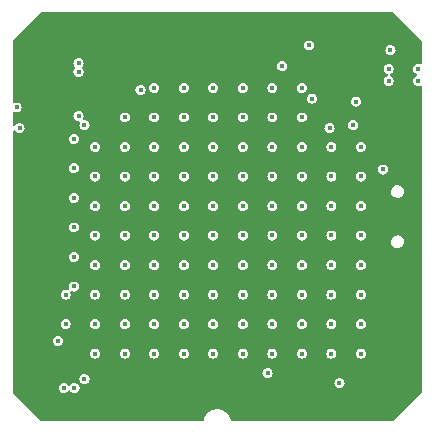
<source format=gbr>
%TF.GenerationSoftware,KiCad,Pcbnew,7.0.8*%
%TF.CreationDate,2023-11-08T20:06:37+10:00*%
%TF.ProjectId,LEDBoard,4c454442-6f61-4726-942e-6b696361645f,rev?*%
%TF.SameCoordinates,Original*%
%TF.FileFunction,Copper,L2,Inr*%
%TF.FilePolarity,Positive*%
%FSLAX46Y46*%
G04 Gerber Fmt 4.6, Leading zero omitted, Abs format (unit mm)*
G04 Created by KiCad (PCBNEW 7.0.8) date 2023-11-08 20:06:37*
%MOMM*%
%LPD*%
G01*
G04 APERTURE LIST*
%TA.AperFunction,ViaPad*%
%ADD10C,0.450000*%
%TD*%
G04 APERTURE END LIST*
D10*
%TO.N,/LED1*%
X32157053Y-3407053D03*
%TO.N,-BATT*%
X26250000Y-4000000D03*
X32000000Y-8000000D03*
X5400000Y-30000000D03*
X1750000Y-10250000D03*
X32150000Y-24500000D03*
X750000Y-17000000D03*
X33000000Y-23250000D03*
X33000000Y-25750000D03*
X2250000Y-17000000D03*
X8500000Y-3750000D03*
X31250000Y-25750000D03*
X32000000Y-7000000D03*
X6250000Y-29250000D03*
X31250000Y-23250000D03*
X34500000Y-8000000D03*
X4500000Y-30000000D03*
X32100000Y-18725000D03*
X5275000Y-33500000D03*
X32100000Y-16275000D03*
X1500000Y-17000000D03*
X1750000Y-3000000D03*
X32842947Y-30907053D03*
X34500000Y-7000000D03*
%TO.N,/LED0*%
X25240000Y-3000000D03*
%TO.N,/LED2*%
X21750000Y-30750000D03*
%TO.N,/LED Array/COL0*%
X4000000Y-28000000D03*
X4657053Y-24092947D03*
X4657053Y-26592947D03*
X5750000Y-4500000D03*
%TO.N,/LED Array/ROW0*%
X5750000Y-5250000D03*
%TO.N,/LED Array/COL1*%
X7157053Y-26592947D03*
X7157053Y-14092947D03*
X7157053Y-21592947D03*
X7157053Y-29092947D03*
X6250000Y-9750000D03*
X7157053Y-16592947D03*
X7157053Y-24092947D03*
X7157053Y-19092947D03*
X7157053Y-11592947D03*
%TO.N,/LED Array/COL2*%
X9657053Y-16592947D03*
X9657053Y-24092947D03*
X9657053Y-9092947D03*
X9657053Y-21592947D03*
X9657053Y-26592947D03*
X9657053Y-14092947D03*
X9657053Y-11592947D03*
X9657053Y-29092947D03*
X11000000Y-6750000D03*
X9657053Y-19092947D03*
%TO.N,/LED Array/COL3*%
X12157053Y-26592947D03*
X12157053Y-29092947D03*
X12157053Y-14092947D03*
X12157053Y-11592947D03*
X12157053Y-19092947D03*
X12157053Y-21592947D03*
X12157053Y-16592947D03*
X12157053Y-6592947D03*
X12157053Y-9092947D03*
X12157053Y-24092947D03*
%TO.N,/LED Array/COL4*%
X14657053Y-26592947D03*
X14657053Y-29092947D03*
X14657053Y-19092947D03*
X14657053Y-6592947D03*
X14657053Y-11592947D03*
X14657053Y-24092947D03*
X14657053Y-16592947D03*
X14657053Y-9092947D03*
X14657053Y-21592947D03*
X14657053Y-14092947D03*
%TO.N,/LED Array/COL5*%
X17157053Y-19092947D03*
X17157053Y-29092947D03*
X17157053Y-21592947D03*
X17157053Y-6592947D03*
X17157053Y-24092947D03*
X17157053Y-16592947D03*
X17157053Y-14092947D03*
X17157053Y-11592947D03*
X17157053Y-9092947D03*
X17157053Y-26592947D03*
%TO.N,/LED Array/COL6*%
X19657053Y-26592947D03*
X19657053Y-29092947D03*
X19657053Y-9092947D03*
X19657053Y-6592947D03*
X19657053Y-24092947D03*
X19657053Y-19092947D03*
X19657053Y-14092947D03*
X19657053Y-16592947D03*
X19657053Y-21592947D03*
X19657053Y-11592947D03*
%TO.N,/LED Array/COL7*%
X22157053Y-19092947D03*
X22157053Y-14092947D03*
X22157053Y-24092947D03*
X22157053Y-6592947D03*
X22157053Y-26592947D03*
X22157053Y-9092947D03*
X22157053Y-21592947D03*
X22157053Y-11592947D03*
X22157053Y-29092947D03*
X22157053Y-16592947D03*
%TO.N,/LED Array/COL8*%
X24657053Y-29092947D03*
X24657053Y-11592947D03*
X24657053Y-26592947D03*
X24657053Y-21592947D03*
X24657053Y-16592947D03*
X24657053Y-9092947D03*
X24657053Y-24092947D03*
X24657053Y-6592947D03*
X24657053Y-19092947D03*
X24657053Y-14092947D03*
%TO.N,/LED Array/COL9*%
X27157053Y-16592947D03*
X27157053Y-21592947D03*
X27157053Y-24092947D03*
X27157053Y-26592947D03*
X27157053Y-14092947D03*
X27157053Y-19092947D03*
X27157053Y-29092947D03*
X25500000Y-7500000D03*
X27000000Y-10000000D03*
X27157053Y-11592947D03*
%TO.N,/LED Array/COL10*%
X29657053Y-24092947D03*
X29657053Y-11592947D03*
X23000000Y-4750000D03*
X29657053Y-14092947D03*
X29657053Y-29092947D03*
X29657053Y-21592947D03*
X29657053Y-26592947D03*
X29250000Y-7750000D03*
X29657053Y-16592947D03*
X29657053Y-19092947D03*
X29000000Y-9750000D03*
%TO.N,/LED Array/ROW1*%
X5750000Y-9000000D03*
%TO.N,/LED Array/ROW2*%
X5342947Y-10907053D03*
%TO.N,/LED Array/ROW3*%
X5342947Y-13407053D03*
%TO.N,/LED Array/ROW4*%
X5342947Y-15907053D03*
%TO.N,/LED Array/ROW5*%
X5342947Y-18407053D03*
%TO.N,/LED Array/ROW6*%
X5342947Y-20907053D03*
%TO.N,/LED Array/ROW7*%
X5342947Y-23407053D03*
%TO.N,/LED Array/ROW8*%
X500000Y-8250000D03*
%TO.N,/LED Array/ROW9*%
X750000Y-10000000D03*
%TO.N,+BATT*%
X32000000Y-5000000D03*
X32000000Y-6000000D03*
X6250000Y-31250000D03*
X4500000Y-32000000D03*
X34500000Y-5000000D03*
X31510000Y-13500000D03*
X5400000Y-32000000D03*
X34500000Y-6000000D03*
%TO.N,/LED3*%
X27842947Y-31592947D03*
%TD*%
%TA.AperFunction,Conductor*%
%TO.N,-BATT*%
G36*
X32434134Y-219407D02*
G01*
X32445947Y-229496D01*
X34770504Y-2554053D01*
X34798281Y-2608570D01*
X34799500Y-2624057D01*
X34799500Y-4513499D01*
X34780593Y-4571690D01*
X34731093Y-4607654D01*
X34669907Y-4607654D01*
X34655556Y-4601709D01*
X34633127Y-4590281D01*
X34500000Y-4569196D01*
X34366872Y-4590281D01*
X34366870Y-4590282D01*
X34246782Y-4651470D01*
X34151470Y-4746782D01*
X34090282Y-4866870D01*
X34090281Y-4866872D01*
X34069196Y-4999999D01*
X34069196Y-5000000D01*
X34090281Y-5133127D01*
X34090282Y-5133129D01*
X34149831Y-5250000D01*
X34151472Y-5253220D01*
X34246780Y-5348528D01*
X34295940Y-5373576D01*
X34370939Y-5411791D01*
X34414203Y-5455056D01*
X34423774Y-5515488D01*
X34395996Y-5570004D01*
X34370939Y-5588209D01*
X34246781Y-5651471D01*
X34151470Y-5746782D01*
X34090282Y-5866870D01*
X34090281Y-5866872D01*
X34069196Y-5999999D01*
X34069196Y-6000000D01*
X34090281Y-6133127D01*
X34090282Y-6133129D01*
X34151470Y-6253217D01*
X34151472Y-6253220D01*
X34246780Y-6348528D01*
X34366874Y-6409719D01*
X34500000Y-6430804D01*
X34633126Y-6409719D01*
X34655555Y-6398290D01*
X34715985Y-6388719D01*
X34770502Y-6416495D01*
X34798281Y-6471011D01*
X34799500Y-6486500D01*
X34799500Y-32375942D01*
X34780593Y-32434133D01*
X34770504Y-32445946D01*
X32445947Y-34770504D01*
X32391430Y-34798281D01*
X32375943Y-34799500D01*
X18766737Y-34799500D01*
X18708546Y-34780593D01*
X18672582Y-34731093D01*
X18669241Y-34717691D01*
X18664024Y-34688101D01*
X18592179Y-34490709D01*
X18592176Y-34490703D01*
X18592175Y-34490700D01*
X18521339Y-34368011D01*
X18487149Y-34308791D01*
X18486161Y-34307613D01*
X18352131Y-34147884D01*
X18352129Y-34147882D01*
X18352124Y-34147876D01*
X18352117Y-34147870D01*
X18352115Y-34147868D01*
X18191214Y-34012855D01*
X18191212Y-34012853D01*
X18191209Y-34012851D01*
X18175339Y-34003688D01*
X18009299Y-33907824D01*
X18009296Y-33907823D01*
X18009291Y-33907821D01*
X17811899Y-33835976D01*
X17770525Y-33828680D01*
X17605034Y-33799500D01*
X17605030Y-33799500D01*
X17394970Y-33799500D01*
X17394965Y-33799500D01*
X17188101Y-33835976D01*
X16990703Y-33907823D01*
X16990700Y-33907824D01*
X16808792Y-34012850D01*
X16808785Y-34012855D01*
X16647884Y-34147868D01*
X16647868Y-34147884D01*
X16512855Y-34308785D01*
X16512850Y-34308792D01*
X16407824Y-34490700D01*
X16407823Y-34490703D01*
X16335976Y-34688101D01*
X16330759Y-34717691D01*
X16302034Y-34771714D01*
X16247042Y-34798536D01*
X16233263Y-34799500D01*
X2624058Y-34799500D01*
X2565867Y-34780593D01*
X2554054Y-34770504D01*
X229496Y-32445946D01*
X201719Y-32391429D01*
X200500Y-32375942D01*
X200500Y-32000000D01*
X4069196Y-32000000D01*
X4090281Y-32133127D01*
X4090282Y-32133129D01*
X4138209Y-32227190D01*
X4151472Y-32253220D01*
X4246780Y-32348528D01*
X4366874Y-32409719D01*
X4500000Y-32430804D01*
X4633126Y-32409719D01*
X4753220Y-32348528D01*
X4848528Y-32253220D01*
X4861791Y-32227188D01*
X4905055Y-32183925D01*
X4965487Y-32174354D01*
X5020003Y-32202131D01*
X5038206Y-32227185D01*
X5051472Y-32253220D01*
X5146780Y-32348528D01*
X5266874Y-32409719D01*
X5400000Y-32430804D01*
X5533126Y-32409719D01*
X5653220Y-32348528D01*
X5748528Y-32253220D01*
X5809719Y-32133126D01*
X5830804Y-32000000D01*
X5809719Y-31866874D01*
X5748528Y-31746780D01*
X5653220Y-31651472D01*
X5653217Y-31651470D01*
X5533129Y-31590282D01*
X5533127Y-31590281D01*
X5400000Y-31569196D01*
X5266872Y-31590281D01*
X5266870Y-31590282D01*
X5146782Y-31651470D01*
X5051471Y-31746781D01*
X5038209Y-31772810D01*
X4994944Y-31816074D01*
X4934512Y-31825645D01*
X4879996Y-31797867D01*
X4861791Y-31772810D01*
X4848529Y-31746782D01*
X4848528Y-31746780D01*
X4753220Y-31651472D01*
X4753217Y-31651470D01*
X4633129Y-31590282D01*
X4633127Y-31590281D01*
X4500000Y-31569196D01*
X4366872Y-31590281D01*
X4366870Y-31590282D01*
X4246782Y-31651470D01*
X4151470Y-31746782D01*
X4090282Y-31866870D01*
X4090281Y-31866872D01*
X4069196Y-31999999D01*
X4069196Y-32000000D01*
X200500Y-32000000D01*
X200500Y-31250000D01*
X5819196Y-31250000D01*
X5840281Y-31383127D01*
X5840282Y-31383129D01*
X5879357Y-31459817D01*
X5901472Y-31503220D01*
X5996780Y-31598528D01*
X6116874Y-31659719D01*
X6250000Y-31680804D01*
X6383126Y-31659719D01*
X6503220Y-31598528D01*
X6508801Y-31592947D01*
X27412143Y-31592947D01*
X27433228Y-31726074D01*
X27433229Y-31726076D01*
X27494417Y-31846164D01*
X27494419Y-31846167D01*
X27589727Y-31941475D01*
X27709821Y-32002666D01*
X27842947Y-32023751D01*
X27976073Y-32002666D01*
X28096167Y-31941475D01*
X28191475Y-31846167D01*
X28252666Y-31726073D01*
X28273751Y-31592947D01*
X28252666Y-31459821D01*
X28191475Y-31339727D01*
X28096167Y-31244419D01*
X28096164Y-31244417D01*
X27976076Y-31183229D01*
X27976074Y-31183228D01*
X27842947Y-31162143D01*
X27709819Y-31183228D01*
X27709817Y-31183229D01*
X27589729Y-31244417D01*
X27494417Y-31339729D01*
X27433229Y-31459817D01*
X27433228Y-31459819D01*
X27412143Y-31592946D01*
X27412143Y-31592947D01*
X6508801Y-31592947D01*
X6598528Y-31503220D01*
X6659719Y-31383126D01*
X6680804Y-31250000D01*
X6659719Y-31116874D01*
X6598528Y-30996780D01*
X6503220Y-30901472D01*
X6503217Y-30901470D01*
X6383129Y-30840282D01*
X6383127Y-30840281D01*
X6250000Y-30819196D01*
X6116872Y-30840281D01*
X6116870Y-30840282D01*
X5996782Y-30901470D01*
X5901470Y-30996782D01*
X5840282Y-31116870D01*
X5840281Y-31116872D01*
X5819196Y-31249999D01*
X5819196Y-31250000D01*
X200500Y-31250000D01*
X200500Y-30750000D01*
X21319196Y-30750000D01*
X21340281Y-30883127D01*
X21340282Y-30883129D01*
X21401470Y-31003217D01*
X21401472Y-31003220D01*
X21496780Y-31098528D01*
X21616874Y-31159719D01*
X21750000Y-31180804D01*
X21883126Y-31159719D01*
X22003220Y-31098528D01*
X22098528Y-31003220D01*
X22159719Y-30883126D01*
X22180804Y-30750000D01*
X22159719Y-30616874D01*
X22098528Y-30496780D01*
X22003220Y-30401472D01*
X22003217Y-30401470D01*
X21883129Y-30340282D01*
X21883127Y-30340281D01*
X21750000Y-30319196D01*
X21616872Y-30340281D01*
X21616870Y-30340282D01*
X21496782Y-30401470D01*
X21401470Y-30496782D01*
X21340282Y-30616870D01*
X21340281Y-30616872D01*
X21319196Y-30749999D01*
X21319196Y-30750000D01*
X200500Y-30750000D01*
X200500Y-29092947D01*
X6726249Y-29092947D01*
X6747334Y-29226074D01*
X6747335Y-29226076D01*
X6808523Y-29346164D01*
X6808525Y-29346167D01*
X6903833Y-29441475D01*
X7023927Y-29502666D01*
X7157053Y-29523751D01*
X7290179Y-29502666D01*
X7410273Y-29441475D01*
X7505581Y-29346167D01*
X7566772Y-29226073D01*
X7587857Y-29092947D01*
X9226249Y-29092947D01*
X9247334Y-29226074D01*
X9247335Y-29226076D01*
X9308523Y-29346164D01*
X9308525Y-29346167D01*
X9403833Y-29441475D01*
X9523927Y-29502666D01*
X9657053Y-29523751D01*
X9790179Y-29502666D01*
X9910273Y-29441475D01*
X10005581Y-29346167D01*
X10066772Y-29226073D01*
X10087857Y-29092947D01*
X11726249Y-29092947D01*
X11747334Y-29226074D01*
X11747335Y-29226076D01*
X11808523Y-29346164D01*
X11808525Y-29346167D01*
X11903833Y-29441475D01*
X12023927Y-29502666D01*
X12157053Y-29523751D01*
X12290179Y-29502666D01*
X12410273Y-29441475D01*
X12505581Y-29346167D01*
X12566772Y-29226073D01*
X12587857Y-29092947D01*
X14226249Y-29092947D01*
X14247334Y-29226074D01*
X14247335Y-29226076D01*
X14308523Y-29346164D01*
X14308525Y-29346167D01*
X14403833Y-29441475D01*
X14523927Y-29502666D01*
X14657053Y-29523751D01*
X14790179Y-29502666D01*
X14910273Y-29441475D01*
X15005581Y-29346167D01*
X15066772Y-29226073D01*
X15087857Y-29092947D01*
X16726249Y-29092947D01*
X16747334Y-29226074D01*
X16747335Y-29226076D01*
X16808523Y-29346164D01*
X16808525Y-29346167D01*
X16903833Y-29441475D01*
X17023927Y-29502666D01*
X17157053Y-29523751D01*
X17290179Y-29502666D01*
X17410273Y-29441475D01*
X17505581Y-29346167D01*
X17566772Y-29226073D01*
X17587857Y-29092947D01*
X19226249Y-29092947D01*
X19247334Y-29226074D01*
X19247335Y-29226076D01*
X19308523Y-29346164D01*
X19308525Y-29346167D01*
X19403833Y-29441475D01*
X19523927Y-29502666D01*
X19657053Y-29523751D01*
X19790179Y-29502666D01*
X19910273Y-29441475D01*
X20005581Y-29346167D01*
X20066772Y-29226073D01*
X20087857Y-29092947D01*
X21726249Y-29092947D01*
X21747334Y-29226074D01*
X21747335Y-29226076D01*
X21808523Y-29346164D01*
X21808525Y-29346167D01*
X21903833Y-29441475D01*
X22023927Y-29502666D01*
X22157053Y-29523751D01*
X22290179Y-29502666D01*
X22410273Y-29441475D01*
X22505581Y-29346167D01*
X22566772Y-29226073D01*
X22587857Y-29092947D01*
X24226249Y-29092947D01*
X24247334Y-29226074D01*
X24247335Y-29226076D01*
X24308523Y-29346164D01*
X24308525Y-29346167D01*
X24403833Y-29441475D01*
X24523927Y-29502666D01*
X24657053Y-29523751D01*
X24790179Y-29502666D01*
X24910273Y-29441475D01*
X25005581Y-29346167D01*
X25066772Y-29226073D01*
X25087857Y-29092947D01*
X26726249Y-29092947D01*
X26747334Y-29226074D01*
X26747335Y-29226076D01*
X26808523Y-29346164D01*
X26808525Y-29346167D01*
X26903833Y-29441475D01*
X27023927Y-29502666D01*
X27157053Y-29523751D01*
X27290179Y-29502666D01*
X27410273Y-29441475D01*
X27505581Y-29346167D01*
X27566772Y-29226073D01*
X27587857Y-29092947D01*
X29226249Y-29092947D01*
X29247334Y-29226074D01*
X29247335Y-29226076D01*
X29308523Y-29346164D01*
X29308525Y-29346167D01*
X29403833Y-29441475D01*
X29523927Y-29502666D01*
X29657053Y-29523751D01*
X29790179Y-29502666D01*
X29910273Y-29441475D01*
X30005581Y-29346167D01*
X30066772Y-29226073D01*
X30087857Y-29092947D01*
X30066772Y-28959821D01*
X30005581Y-28839727D01*
X29910273Y-28744419D01*
X29910270Y-28744417D01*
X29790182Y-28683229D01*
X29790180Y-28683228D01*
X29657053Y-28662143D01*
X29523925Y-28683228D01*
X29523923Y-28683229D01*
X29403835Y-28744417D01*
X29308523Y-28839729D01*
X29247335Y-28959817D01*
X29247334Y-28959819D01*
X29226249Y-29092946D01*
X29226249Y-29092947D01*
X27587857Y-29092947D01*
X27566772Y-28959821D01*
X27505581Y-28839727D01*
X27410273Y-28744419D01*
X27410270Y-28744417D01*
X27290182Y-28683229D01*
X27290180Y-28683228D01*
X27157053Y-28662143D01*
X27023925Y-28683228D01*
X27023923Y-28683229D01*
X26903835Y-28744417D01*
X26808523Y-28839729D01*
X26747335Y-28959817D01*
X26747334Y-28959819D01*
X26726249Y-29092946D01*
X26726249Y-29092947D01*
X25087857Y-29092947D01*
X25066772Y-28959821D01*
X25005581Y-28839727D01*
X24910273Y-28744419D01*
X24910270Y-28744417D01*
X24790182Y-28683229D01*
X24790180Y-28683228D01*
X24657053Y-28662143D01*
X24523925Y-28683228D01*
X24523923Y-28683229D01*
X24403835Y-28744417D01*
X24308523Y-28839729D01*
X24247335Y-28959817D01*
X24247334Y-28959819D01*
X24226249Y-29092946D01*
X24226249Y-29092947D01*
X22587857Y-29092947D01*
X22566772Y-28959821D01*
X22505581Y-28839727D01*
X22410273Y-28744419D01*
X22410270Y-28744417D01*
X22290182Y-28683229D01*
X22290180Y-28683228D01*
X22157053Y-28662143D01*
X22023925Y-28683228D01*
X22023923Y-28683229D01*
X21903835Y-28744417D01*
X21808523Y-28839729D01*
X21747335Y-28959817D01*
X21747334Y-28959819D01*
X21726249Y-29092946D01*
X21726249Y-29092947D01*
X20087857Y-29092947D01*
X20066772Y-28959821D01*
X20005581Y-28839727D01*
X19910273Y-28744419D01*
X19910270Y-28744417D01*
X19790182Y-28683229D01*
X19790180Y-28683228D01*
X19657053Y-28662143D01*
X19523925Y-28683228D01*
X19523923Y-28683229D01*
X19403835Y-28744417D01*
X19308523Y-28839729D01*
X19247335Y-28959817D01*
X19247334Y-28959819D01*
X19226249Y-29092946D01*
X19226249Y-29092947D01*
X17587857Y-29092947D01*
X17566772Y-28959821D01*
X17505581Y-28839727D01*
X17410273Y-28744419D01*
X17410270Y-28744417D01*
X17290182Y-28683229D01*
X17290180Y-28683228D01*
X17157053Y-28662143D01*
X17023925Y-28683228D01*
X17023923Y-28683229D01*
X16903835Y-28744417D01*
X16808523Y-28839729D01*
X16747335Y-28959817D01*
X16747334Y-28959819D01*
X16726249Y-29092946D01*
X16726249Y-29092947D01*
X15087857Y-29092947D01*
X15066772Y-28959821D01*
X15005581Y-28839727D01*
X14910273Y-28744419D01*
X14910270Y-28744417D01*
X14790182Y-28683229D01*
X14790180Y-28683228D01*
X14657053Y-28662143D01*
X14523925Y-28683228D01*
X14523923Y-28683229D01*
X14403835Y-28744417D01*
X14308523Y-28839729D01*
X14247335Y-28959817D01*
X14247334Y-28959819D01*
X14226249Y-29092946D01*
X14226249Y-29092947D01*
X12587857Y-29092947D01*
X12566772Y-28959821D01*
X12505581Y-28839727D01*
X12410273Y-28744419D01*
X12410270Y-28744417D01*
X12290182Y-28683229D01*
X12290180Y-28683228D01*
X12157053Y-28662143D01*
X12023925Y-28683228D01*
X12023923Y-28683229D01*
X11903835Y-28744417D01*
X11808523Y-28839729D01*
X11747335Y-28959817D01*
X11747334Y-28959819D01*
X11726249Y-29092946D01*
X11726249Y-29092947D01*
X10087857Y-29092947D01*
X10066772Y-28959821D01*
X10005581Y-28839727D01*
X9910273Y-28744419D01*
X9910270Y-28744417D01*
X9790182Y-28683229D01*
X9790180Y-28683228D01*
X9657053Y-28662143D01*
X9523925Y-28683228D01*
X9523923Y-28683229D01*
X9403835Y-28744417D01*
X9308523Y-28839729D01*
X9247335Y-28959817D01*
X9247334Y-28959819D01*
X9226249Y-29092946D01*
X9226249Y-29092947D01*
X7587857Y-29092947D01*
X7566772Y-28959821D01*
X7505581Y-28839727D01*
X7410273Y-28744419D01*
X7410270Y-28744417D01*
X7290182Y-28683229D01*
X7290180Y-28683228D01*
X7157053Y-28662143D01*
X7023925Y-28683228D01*
X7023923Y-28683229D01*
X6903835Y-28744417D01*
X6808523Y-28839729D01*
X6747335Y-28959817D01*
X6747334Y-28959819D01*
X6726249Y-29092946D01*
X6726249Y-29092947D01*
X200500Y-29092947D01*
X200500Y-28000000D01*
X3569196Y-28000000D01*
X3590281Y-28133127D01*
X3590282Y-28133129D01*
X3651470Y-28253217D01*
X3651472Y-28253220D01*
X3746780Y-28348528D01*
X3866874Y-28409719D01*
X4000000Y-28430804D01*
X4133126Y-28409719D01*
X4253220Y-28348528D01*
X4348528Y-28253220D01*
X4409719Y-28133126D01*
X4430804Y-28000000D01*
X4409719Y-27866874D01*
X4348528Y-27746780D01*
X4253220Y-27651472D01*
X4253217Y-27651470D01*
X4133129Y-27590282D01*
X4133127Y-27590281D01*
X4000000Y-27569196D01*
X3866872Y-27590281D01*
X3866870Y-27590282D01*
X3746782Y-27651470D01*
X3651470Y-27746782D01*
X3590282Y-27866870D01*
X3590281Y-27866872D01*
X3569196Y-27999999D01*
X3569196Y-28000000D01*
X200500Y-28000000D01*
X200500Y-26592947D01*
X4226249Y-26592947D01*
X4247334Y-26726074D01*
X4247335Y-26726076D01*
X4308523Y-26846164D01*
X4308525Y-26846167D01*
X4403833Y-26941475D01*
X4523927Y-27002666D01*
X4657053Y-27023751D01*
X4790179Y-27002666D01*
X4910273Y-26941475D01*
X5005581Y-26846167D01*
X5066772Y-26726073D01*
X5087857Y-26592947D01*
X6726249Y-26592947D01*
X6747334Y-26726074D01*
X6747335Y-26726076D01*
X6808523Y-26846164D01*
X6808525Y-26846167D01*
X6903833Y-26941475D01*
X7023927Y-27002666D01*
X7157053Y-27023751D01*
X7290179Y-27002666D01*
X7410273Y-26941475D01*
X7505581Y-26846167D01*
X7566772Y-26726073D01*
X7587857Y-26592947D01*
X9226249Y-26592947D01*
X9247334Y-26726074D01*
X9247335Y-26726076D01*
X9308523Y-26846164D01*
X9308525Y-26846167D01*
X9403833Y-26941475D01*
X9523927Y-27002666D01*
X9657053Y-27023751D01*
X9790179Y-27002666D01*
X9910273Y-26941475D01*
X10005581Y-26846167D01*
X10066772Y-26726073D01*
X10087857Y-26592947D01*
X11726249Y-26592947D01*
X11747334Y-26726074D01*
X11747335Y-26726076D01*
X11808523Y-26846164D01*
X11808525Y-26846167D01*
X11903833Y-26941475D01*
X12023927Y-27002666D01*
X12157053Y-27023751D01*
X12290179Y-27002666D01*
X12410273Y-26941475D01*
X12505581Y-26846167D01*
X12566772Y-26726073D01*
X12587857Y-26592947D01*
X14226249Y-26592947D01*
X14247334Y-26726074D01*
X14247335Y-26726076D01*
X14308523Y-26846164D01*
X14308525Y-26846167D01*
X14403833Y-26941475D01*
X14523927Y-27002666D01*
X14657053Y-27023751D01*
X14790179Y-27002666D01*
X14910273Y-26941475D01*
X15005581Y-26846167D01*
X15066772Y-26726073D01*
X15087857Y-26592947D01*
X16726249Y-26592947D01*
X16747334Y-26726074D01*
X16747335Y-26726076D01*
X16808523Y-26846164D01*
X16808525Y-26846167D01*
X16903833Y-26941475D01*
X17023927Y-27002666D01*
X17157053Y-27023751D01*
X17290179Y-27002666D01*
X17410273Y-26941475D01*
X17505581Y-26846167D01*
X17566772Y-26726073D01*
X17587857Y-26592947D01*
X19226249Y-26592947D01*
X19247334Y-26726074D01*
X19247335Y-26726076D01*
X19308523Y-26846164D01*
X19308525Y-26846167D01*
X19403833Y-26941475D01*
X19523927Y-27002666D01*
X19657053Y-27023751D01*
X19790179Y-27002666D01*
X19910273Y-26941475D01*
X20005581Y-26846167D01*
X20066772Y-26726073D01*
X20087857Y-26592947D01*
X21726249Y-26592947D01*
X21747334Y-26726074D01*
X21747335Y-26726076D01*
X21808523Y-26846164D01*
X21808525Y-26846167D01*
X21903833Y-26941475D01*
X22023927Y-27002666D01*
X22157053Y-27023751D01*
X22290179Y-27002666D01*
X22410273Y-26941475D01*
X22505581Y-26846167D01*
X22566772Y-26726073D01*
X22587857Y-26592947D01*
X24226249Y-26592947D01*
X24247334Y-26726074D01*
X24247335Y-26726076D01*
X24308523Y-26846164D01*
X24308525Y-26846167D01*
X24403833Y-26941475D01*
X24523927Y-27002666D01*
X24657053Y-27023751D01*
X24790179Y-27002666D01*
X24910273Y-26941475D01*
X25005581Y-26846167D01*
X25066772Y-26726073D01*
X25087857Y-26592947D01*
X26726249Y-26592947D01*
X26747334Y-26726074D01*
X26747335Y-26726076D01*
X26808523Y-26846164D01*
X26808525Y-26846167D01*
X26903833Y-26941475D01*
X27023927Y-27002666D01*
X27157053Y-27023751D01*
X27290179Y-27002666D01*
X27410273Y-26941475D01*
X27505581Y-26846167D01*
X27566772Y-26726073D01*
X27587857Y-26592947D01*
X29226249Y-26592947D01*
X29247334Y-26726074D01*
X29247335Y-26726076D01*
X29308523Y-26846164D01*
X29308525Y-26846167D01*
X29403833Y-26941475D01*
X29523927Y-27002666D01*
X29657053Y-27023751D01*
X29790179Y-27002666D01*
X29910273Y-26941475D01*
X30005581Y-26846167D01*
X30066772Y-26726073D01*
X30087857Y-26592947D01*
X30066772Y-26459821D01*
X30005581Y-26339727D01*
X29910273Y-26244419D01*
X29910270Y-26244417D01*
X29790182Y-26183229D01*
X29790180Y-26183228D01*
X29657053Y-26162143D01*
X29523925Y-26183228D01*
X29523923Y-26183229D01*
X29403835Y-26244417D01*
X29308523Y-26339729D01*
X29247335Y-26459817D01*
X29247334Y-26459819D01*
X29226249Y-26592946D01*
X29226249Y-26592947D01*
X27587857Y-26592947D01*
X27566772Y-26459821D01*
X27505581Y-26339727D01*
X27410273Y-26244419D01*
X27410270Y-26244417D01*
X27290182Y-26183229D01*
X27290180Y-26183228D01*
X27157053Y-26162143D01*
X27023925Y-26183228D01*
X27023923Y-26183229D01*
X26903835Y-26244417D01*
X26808523Y-26339729D01*
X26747335Y-26459817D01*
X26747334Y-26459819D01*
X26726249Y-26592946D01*
X26726249Y-26592947D01*
X25087857Y-26592947D01*
X25066772Y-26459821D01*
X25005581Y-26339727D01*
X24910273Y-26244419D01*
X24910270Y-26244417D01*
X24790182Y-26183229D01*
X24790180Y-26183228D01*
X24657053Y-26162143D01*
X24523925Y-26183228D01*
X24523923Y-26183229D01*
X24403835Y-26244417D01*
X24308523Y-26339729D01*
X24247335Y-26459817D01*
X24247334Y-26459819D01*
X24226249Y-26592946D01*
X24226249Y-26592947D01*
X22587857Y-26592947D01*
X22566772Y-26459821D01*
X22505581Y-26339727D01*
X22410273Y-26244419D01*
X22410270Y-26244417D01*
X22290182Y-26183229D01*
X22290180Y-26183228D01*
X22157053Y-26162143D01*
X22023925Y-26183228D01*
X22023923Y-26183229D01*
X21903835Y-26244417D01*
X21808523Y-26339729D01*
X21747335Y-26459817D01*
X21747334Y-26459819D01*
X21726249Y-26592946D01*
X21726249Y-26592947D01*
X20087857Y-26592947D01*
X20066772Y-26459821D01*
X20005581Y-26339727D01*
X19910273Y-26244419D01*
X19910270Y-26244417D01*
X19790182Y-26183229D01*
X19790180Y-26183228D01*
X19657053Y-26162143D01*
X19523925Y-26183228D01*
X19523923Y-26183229D01*
X19403835Y-26244417D01*
X19308523Y-26339729D01*
X19247335Y-26459817D01*
X19247334Y-26459819D01*
X19226249Y-26592946D01*
X19226249Y-26592947D01*
X17587857Y-26592947D01*
X17566772Y-26459821D01*
X17505581Y-26339727D01*
X17410273Y-26244419D01*
X17410270Y-26244417D01*
X17290182Y-26183229D01*
X17290180Y-26183228D01*
X17157053Y-26162143D01*
X17023925Y-26183228D01*
X17023923Y-26183229D01*
X16903835Y-26244417D01*
X16808523Y-26339729D01*
X16747335Y-26459817D01*
X16747334Y-26459819D01*
X16726249Y-26592946D01*
X16726249Y-26592947D01*
X15087857Y-26592947D01*
X15066772Y-26459821D01*
X15005581Y-26339727D01*
X14910273Y-26244419D01*
X14910270Y-26244417D01*
X14790182Y-26183229D01*
X14790180Y-26183228D01*
X14657053Y-26162143D01*
X14523925Y-26183228D01*
X14523923Y-26183229D01*
X14403835Y-26244417D01*
X14308523Y-26339729D01*
X14247335Y-26459817D01*
X14247334Y-26459819D01*
X14226249Y-26592946D01*
X14226249Y-26592947D01*
X12587857Y-26592947D01*
X12566772Y-26459821D01*
X12505581Y-26339727D01*
X12410273Y-26244419D01*
X12410270Y-26244417D01*
X12290182Y-26183229D01*
X12290180Y-26183228D01*
X12157053Y-26162143D01*
X12023925Y-26183228D01*
X12023923Y-26183229D01*
X11903835Y-26244417D01*
X11808523Y-26339729D01*
X11747335Y-26459817D01*
X11747334Y-26459819D01*
X11726249Y-26592946D01*
X11726249Y-26592947D01*
X10087857Y-26592947D01*
X10066772Y-26459821D01*
X10005581Y-26339727D01*
X9910273Y-26244419D01*
X9910270Y-26244417D01*
X9790182Y-26183229D01*
X9790180Y-26183228D01*
X9657053Y-26162143D01*
X9523925Y-26183228D01*
X9523923Y-26183229D01*
X9403835Y-26244417D01*
X9308523Y-26339729D01*
X9247335Y-26459817D01*
X9247334Y-26459819D01*
X9226249Y-26592946D01*
X9226249Y-26592947D01*
X7587857Y-26592947D01*
X7566772Y-26459821D01*
X7505581Y-26339727D01*
X7410273Y-26244419D01*
X7410270Y-26244417D01*
X7290182Y-26183229D01*
X7290180Y-26183228D01*
X7157053Y-26162143D01*
X7023925Y-26183228D01*
X7023923Y-26183229D01*
X6903835Y-26244417D01*
X6808523Y-26339729D01*
X6747335Y-26459817D01*
X6747334Y-26459819D01*
X6726249Y-26592946D01*
X6726249Y-26592947D01*
X5087857Y-26592947D01*
X5066772Y-26459821D01*
X5005581Y-26339727D01*
X4910273Y-26244419D01*
X4910270Y-26244417D01*
X4790182Y-26183229D01*
X4790180Y-26183228D01*
X4657053Y-26162143D01*
X4523925Y-26183228D01*
X4523923Y-26183229D01*
X4403835Y-26244417D01*
X4308523Y-26339729D01*
X4247335Y-26459817D01*
X4247334Y-26459819D01*
X4226249Y-26592946D01*
X4226249Y-26592947D01*
X200500Y-26592947D01*
X200500Y-24092947D01*
X4226249Y-24092947D01*
X4247334Y-24226074D01*
X4247335Y-24226076D01*
X4308523Y-24346164D01*
X4308525Y-24346167D01*
X4403833Y-24441475D01*
X4523927Y-24502666D01*
X4657053Y-24523751D01*
X4790179Y-24502666D01*
X4910273Y-24441475D01*
X5005581Y-24346167D01*
X5066772Y-24226073D01*
X5087857Y-24092947D01*
X6726249Y-24092947D01*
X6747334Y-24226074D01*
X6747335Y-24226076D01*
X6808523Y-24346164D01*
X6808525Y-24346167D01*
X6903833Y-24441475D01*
X7023927Y-24502666D01*
X7157053Y-24523751D01*
X7290179Y-24502666D01*
X7410273Y-24441475D01*
X7505581Y-24346167D01*
X7566772Y-24226073D01*
X7587857Y-24092947D01*
X9226249Y-24092947D01*
X9247334Y-24226074D01*
X9247335Y-24226076D01*
X9308523Y-24346164D01*
X9308525Y-24346167D01*
X9403833Y-24441475D01*
X9523927Y-24502666D01*
X9657053Y-24523751D01*
X9790179Y-24502666D01*
X9910273Y-24441475D01*
X10005581Y-24346167D01*
X10066772Y-24226073D01*
X10087857Y-24092947D01*
X11726249Y-24092947D01*
X11747334Y-24226074D01*
X11747335Y-24226076D01*
X11808523Y-24346164D01*
X11808525Y-24346167D01*
X11903833Y-24441475D01*
X12023927Y-24502666D01*
X12157053Y-24523751D01*
X12290179Y-24502666D01*
X12410273Y-24441475D01*
X12505581Y-24346167D01*
X12566772Y-24226073D01*
X12587857Y-24092947D01*
X14226249Y-24092947D01*
X14247334Y-24226074D01*
X14247335Y-24226076D01*
X14308523Y-24346164D01*
X14308525Y-24346167D01*
X14403833Y-24441475D01*
X14523927Y-24502666D01*
X14657053Y-24523751D01*
X14790179Y-24502666D01*
X14910273Y-24441475D01*
X15005581Y-24346167D01*
X15066772Y-24226073D01*
X15087857Y-24092947D01*
X16726249Y-24092947D01*
X16747334Y-24226074D01*
X16747335Y-24226076D01*
X16808523Y-24346164D01*
X16808525Y-24346167D01*
X16903833Y-24441475D01*
X17023927Y-24502666D01*
X17157053Y-24523751D01*
X17290179Y-24502666D01*
X17410273Y-24441475D01*
X17505581Y-24346167D01*
X17566772Y-24226073D01*
X17587857Y-24092947D01*
X19226249Y-24092947D01*
X19247334Y-24226074D01*
X19247335Y-24226076D01*
X19308523Y-24346164D01*
X19308525Y-24346167D01*
X19403833Y-24441475D01*
X19523927Y-24502666D01*
X19657053Y-24523751D01*
X19790179Y-24502666D01*
X19910273Y-24441475D01*
X20005581Y-24346167D01*
X20066772Y-24226073D01*
X20087857Y-24092947D01*
X21726249Y-24092947D01*
X21747334Y-24226074D01*
X21747335Y-24226076D01*
X21808523Y-24346164D01*
X21808525Y-24346167D01*
X21903833Y-24441475D01*
X22023927Y-24502666D01*
X22157053Y-24523751D01*
X22290179Y-24502666D01*
X22410273Y-24441475D01*
X22505581Y-24346167D01*
X22566772Y-24226073D01*
X22587857Y-24092947D01*
X24226249Y-24092947D01*
X24247334Y-24226074D01*
X24247335Y-24226076D01*
X24308523Y-24346164D01*
X24308525Y-24346167D01*
X24403833Y-24441475D01*
X24523927Y-24502666D01*
X24657053Y-24523751D01*
X24790179Y-24502666D01*
X24910273Y-24441475D01*
X25005581Y-24346167D01*
X25066772Y-24226073D01*
X25087857Y-24092947D01*
X26726249Y-24092947D01*
X26747334Y-24226074D01*
X26747335Y-24226076D01*
X26808523Y-24346164D01*
X26808525Y-24346167D01*
X26903833Y-24441475D01*
X27023927Y-24502666D01*
X27157053Y-24523751D01*
X27290179Y-24502666D01*
X27410273Y-24441475D01*
X27505581Y-24346167D01*
X27566772Y-24226073D01*
X27587857Y-24092947D01*
X29226249Y-24092947D01*
X29247334Y-24226074D01*
X29247335Y-24226076D01*
X29308523Y-24346164D01*
X29308525Y-24346167D01*
X29403833Y-24441475D01*
X29523927Y-24502666D01*
X29657053Y-24523751D01*
X29790179Y-24502666D01*
X29910273Y-24441475D01*
X30005581Y-24346167D01*
X30066772Y-24226073D01*
X30087857Y-24092947D01*
X30066772Y-23959821D01*
X30005581Y-23839727D01*
X29910273Y-23744419D01*
X29910270Y-23744417D01*
X29790182Y-23683229D01*
X29790180Y-23683228D01*
X29657053Y-23662143D01*
X29523925Y-23683228D01*
X29523923Y-23683229D01*
X29403835Y-23744417D01*
X29308523Y-23839729D01*
X29247335Y-23959817D01*
X29247334Y-23959819D01*
X29226249Y-24092946D01*
X29226249Y-24092947D01*
X27587857Y-24092947D01*
X27566772Y-23959821D01*
X27505581Y-23839727D01*
X27410273Y-23744419D01*
X27410270Y-23744417D01*
X27290182Y-23683229D01*
X27290180Y-23683228D01*
X27157053Y-23662143D01*
X27023925Y-23683228D01*
X27023923Y-23683229D01*
X26903835Y-23744417D01*
X26808523Y-23839729D01*
X26747335Y-23959817D01*
X26747334Y-23959819D01*
X26726249Y-24092946D01*
X26726249Y-24092947D01*
X25087857Y-24092947D01*
X25066772Y-23959821D01*
X25005581Y-23839727D01*
X24910273Y-23744419D01*
X24910270Y-23744417D01*
X24790182Y-23683229D01*
X24790180Y-23683228D01*
X24657053Y-23662143D01*
X24523925Y-23683228D01*
X24523923Y-23683229D01*
X24403835Y-23744417D01*
X24308523Y-23839729D01*
X24247335Y-23959817D01*
X24247334Y-23959819D01*
X24226249Y-24092946D01*
X24226249Y-24092947D01*
X22587857Y-24092947D01*
X22566772Y-23959821D01*
X22505581Y-23839727D01*
X22410273Y-23744419D01*
X22410270Y-23744417D01*
X22290182Y-23683229D01*
X22290180Y-23683228D01*
X22157053Y-23662143D01*
X22023925Y-23683228D01*
X22023923Y-23683229D01*
X21903835Y-23744417D01*
X21808523Y-23839729D01*
X21747335Y-23959817D01*
X21747334Y-23959819D01*
X21726249Y-24092946D01*
X21726249Y-24092947D01*
X20087857Y-24092947D01*
X20066772Y-23959821D01*
X20005581Y-23839727D01*
X19910273Y-23744419D01*
X19910270Y-23744417D01*
X19790182Y-23683229D01*
X19790180Y-23683228D01*
X19657053Y-23662143D01*
X19523925Y-23683228D01*
X19523923Y-23683229D01*
X19403835Y-23744417D01*
X19308523Y-23839729D01*
X19247335Y-23959817D01*
X19247334Y-23959819D01*
X19226249Y-24092946D01*
X19226249Y-24092947D01*
X17587857Y-24092947D01*
X17566772Y-23959821D01*
X17505581Y-23839727D01*
X17410273Y-23744419D01*
X17410270Y-23744417D01*
X17290182Y-23683229D01*
X17290180Y-23683228D01*
X17157053Y-23662143D01*
X17023925Y-23683228D01*
X17023923Y-23683229D01*
X16903835Y-23744417D01*
X16808523Y-23839729D01*
X16747335Y-23959817D01*
X16747334Y-23959819D01*
X16726249Y-24092946D01*
X16726249Y-24092947D01*
X15087857Y-24092947D01*
X15066772Y-23959821D01*
X15005581Y-23839727D01*
X14910273Y-23744419D01*
X14910270Y-23744417D01*
X14790182Y-23683229D01*
X14790180Y-23683228D01*
X14657053Y-23662143D01*
X14523925Y-23683228D01*
X14523923Y-23683229D01*
X14403835Y-23744417D01*
X14308523Y-23839729D01*
X14247335Y-23959817D01*
X14247334Y-23959819D01*
X14226249Y-24092946D01*
X14226249Y-24092947D01*
X12587857Y-24092947D01*
X12566772Y-23959821D01*
X12505581Y-23839727D01*
X12410273Y-23744419D01*
X12410270Y-23744417D01*
X12290182Y-23683229D01*
X12290180Y-23683228D01*
X12157053Y-23662143D01*
X12023925Y-23683228D01*
X12023923Y-23683229D01*
X11903835Y-23744417D01*
X11808523Y-23839729D01*
X11747335Y-23959817D01*
X11747334Y-23959819D01*
X11726249Y-24092946D01*
X11726249Y-24092947D01*
X10087857Y-24092947D01*
X10066772Y-23959821D01*
X10005581Y-23839727D01*
X9910273Y-23744419D01*
X9910270Y-23744417D01*
X9790182Y-23683229D01*
X9790180Y-23683228D01*
X9657053Y-23662143D01*
X9523925Y-23683228D01*
X9523923Y-23683229D01*
X9403835Y-23744417D01*
X9308523Y-23839729D01*
X9247335Y-23959817D01*
X9247334Y-23959819D01*
X9226249Y-24092946D01*
X9226249Y-24092947D01*
X7587857Y-24092947D01*
X7566772Y-23959821D01*
X7505581Y-23839727D01*
X7410273Y-23744419D01*
X7410270Y-23744417D01*
X7290182Y-23683229D01*
X7290180Y-23683228D01*
X7157053Y-23662143D01*
X7023925Y-23683228D01*
X7023923Y-23683229D01*
X6903835Y-23744417D01*
X6808523Y-23839729D01*
X6747335Y-23959817D01*
X6747334Y-23959819D01*
X6726249Y-24092946D01*
X6726249Y-24092947D01*
X5087857Y-24092947D01*
X5066772Y-23959821D01*
X5056494Y-23939649D01*
X5046922Y-23879217D01*
X5074699Y-23824700D01*
X5129215Y-23796922D01*
X5189647Y-23806493D01*
X5209821Y-23816772D01*
X5342947Y-23837857D01*
X5476073Y-23816772D01*
X5596167Y-23755581D01*
X5691475Y-23660273D01*
X5752666Y-23540179D01*
X5773751Y-23407053D01*
X5752666Y-23273927D01*
X5691475Y-23153833D01*
X5596167Y-23058525D01*
X5596164Y-23058523D01*
X5476076Y-22997335D01*
X5476074Y-22997334D01*
X5342947Y-22976249D01*
X5209819Y-22997334D01*
X5209817Y-22997335D01*
X5089729Y-23058523D01*
X4994417Y-23153835D01*
X4933229Y-23273923D01*
X4933228Y-23273925D01*
X4912143Y-23407052D01*
X4912143Y-23407053D01*
X4933228Y-23540180D01*
X4943506Y-23560352D01*
X4953077Y-23620784D01*
X4925299Y-23675300D01*
X4870782Y-23703077D01*
X4810352Y-23693506D01*
X4790180Y-23683228D01*
X4657053Y-23662143D01*
X4523925Y-23683228D01*
X4523923Y-23683229D01*
X4403835Y-23744417D01*
X4308523Y-23839729D01*
X4247335Y-23959817D01*
X4247334Y-23959819D01*
X4226249Y-24092946D01*
X4226249Y-24092947D01*
X200500Y-24092947D01*
X200500Y-21592947D01*
X6726249Y-21592947D01*
X6747334Y-21726074D01*
X6747335Y-21726076D01*
X6808523Y-21846164D01*
X6808525Y-21846167D01*
X6903833Y-21941475D01*
X7023927Y-22002666D01*
X7157053Y-22023751D01*
X7290179Y-22002666D01*
X7410273Y-21941475D01*
X7505581Y-21846167D01*
X7566772Y-21726073D01*
X7587857Y-21592947D01*
X9226249Y-21592947D01*
X9247334Y-21726074D01*
X9247335Y-21726076D01*
X9308523Y-21846164D01*
X9308525Y-21846167D01*
X9403833Y-21941475D01*
X9523927Y-22002666D01*
X9657053Y-22023751D01*
X9790179Y-22002666D01*
X9910273Y-21941475D01*
X10005581Y-21846167D01*
X10066772Y-21726073D01*
X10087857Y-21592947D01*
X11726249Y-21592947D01*
X11747334Y-21726074D01*
X11747335Y-21726076D01*
X11808523Y-21846164D01*
X11808525Y-21846167D01*
X11903833Y-21941475D01*
X12023927Y-22002666D01*
X12157053Y-22023751D01*
X12290179Y-22002666D01*
X12410273Y-21941475D01*
X12505581Y-21846167D01*
X12566772Y-21726073D01*
X12587857Y-21592947D01*
X14226249Y-21592947D01*
X14247334Y-21726074D01*
X14247335Y-21726076D01*
X14308523Y-21846164D01*
X14308525Y-21846167D01*
X14403833Y-21941475D01*
X14523927Y-22002666D01*
X14657053Y-22023751D01*
X14790179Y-22002666D01*
X14910273Y-21941475D01*
X15005581Y-21846167D01*
X15066772Y-21726073D01*
X15087857Y-21592947D01*
X16726249Y-21592947D01*
X16747334Y-21726074D01*
X16747335Y-21726076D01*
X16808523Y-21846164D01*
X16808525Y-21846167D01*
X16903833Y-21941475D01*
X17023927Y-22002666D01*
X17157053Y-22023751D01*
X17290179Y-22002666D01*
X17410273Y-21941475D01*
X17505581Y-21846167D01*
X17566772Y-21726073D01*
X17587857Y-21592947D01*
X19226249Y-21592947D01*
X19247334Y-21726074D01*
X19247335Y-21726076D01*
X19308523Y-21846164D01*
X19308525Y-21846167D01*
X19403833Y-21941475D01*
X19523927Y-22002666D01*
X19657053Y-22023751D01*
X19790179Y-22002666D01*
X19910273Y-21941475D01*
X20005581Y-21846167D01*
X20066772Y-21726073D01*
X20087857Y-21592947D01*
X21726249Y-21592947D01*
X21747334Y-21726074D01*
X21747335Y-21726076D01*
X21808523Y-21846164D01*
X21808525Y-21846167D01*
X21903833Y-21941475D01*
X22023927Y-22002666D01*
X22157053Y-22023751D01*
X22290179Y-22002666D01*
X22410273Y-21941475D01*
X22505581Y-21846167D01*
X22566772Y-21726073D01*
X22587857Y-21592947D01*
X24226249Y-21592947D01*
X24247334Y-21726074D01*
X24247335Y-21726076D01*
X24308523Y-21846164D01*
X24308525Y-21846167D01*
X24403833Y-21941475D01*
X24523927Y-22002666D01*
X24657053Y-22023751D01*
X24790179Y-22002666D01*
X24910273Y-21941475D01*
X25005581Y-21846167D01*
X25066772Y-21726073D01*
X25087857Y-21592947D01*
X26726249Y-21592947D01*
X26747334Y-21726074D01*
X26747335Y-21726076D01*
X26808523Y-21846164D01*
X26808525Y-21846167D01*
X26903833Y-21941475D01*
X27023927Y-22002666D01*
X27157053Y-22023751D01*
X27290179Y-22002666D01*
X27410273Y-21941475D01*
X27505581Y-21846167D01*
X27566772Y-21726073D01*
X27587857Y-21592947D01*
X29226249Y-21592947D01*
X29247334Y-21726074D01*
X29247335Y-21726076D01*
X29308523Y-21846164D01*
X29308525Y-21846167D01*
X29403833Y-21941475D01*
X29523927Y-22002666D01*
X29657053Y-22023751D01*
X29790179Y-22002666D01*
X29910273Y-21941475D01*
X30005581Y-21846167D01*
X30066772Y-21726073D01*
X30087857Y-21592947D01*
X30066772Y-21459821D01*
X30005581Y-21339727D01*
X29910273Y-21244419D01*
X29910270Y-21244417D01*
X29790182Y-21183229D01*
X29790180Y-21183228D01*
X29657053Y-21162143D01*
X29523925Y-21183228D01*
X29523923Y-21183229D01*
X29403835Y-21244417D01*
X29308523Y-21339729D01*
X29247335Y-21459817D01*
X29247334Y-21459819D01*
X29226249Y-21592946D01*
X29226249Y-21592947D01*
X27587857Y-21592947D01*
X27566772Y-21459821D01*
X27505581Y-21339727D01*
X27410273Y-21244419D01*
X27410270Y-21244417D01*
X27290182Y-21183229D01*
X27290180Y-21183228D01*
X27157053Y-21162143D01*
X27023925Y-21183228D01*
X27023923Y-21183229D01*
X26903835Y-21244417D01*
X26808523Y-21339729D01*
X26747335Y-21459817D01*
X26747334Y-21459819D01*
X26726249Y-21592946D01*
X26726249Y-21592947D01*
X25087857Y-21592947D01*
X25066772Y-21459821D01*
X25005581Y-21339727D01*
X24910273Y-21244419D01*
X24910270Y-21244417D01*
X24790182Y-21183229D01*
X24790180Y-21183228D01*
X24657053Y-21162143D01*
X24523925Y-21183228D01*
X24523923Y-21183229D01*
X24403835Y-21244417D01*
X24308523Y-21339729D01*
X24247335Y-21459817D01*
X24247334Y-21459819D01*
X24226249Y-21592946D01*
X24226249Y-21592947D01*
X22587857Y-21592947D01*
X22566772Y-21459821D01*
X22505581Y-21339727D01*
X22410273Y-21244419D01*
X22410270Y-21244417D01*
X22290182Y-21183229D01*
X22290180Y-21183228D01*
X22157053Y-21162143D01*
X22023925Y-21183228D01*
X22023923Y-21183229D01*
X21903835Y-21244417D01*
X21808523Y-21339729D01*
X21747335Y-21459817D01*
X21747334Y-21459819D01*
X21726249Y-21592946D01*
X21726249Y-21592947D01*
X20087857Y-21592947D01*
X20066772Y-21459821D01*
X20005581Y-21339727D01*
X19910273Y-21244419D01*
X19910270Y-21244417D01*
X19790182Y-21183229D01*
X19790180Y-21183228D01*
X19657053Y-21162143D01*
X19523925Y-21183228D01*
X19523923Y-21183229D01*
X19403835Y-21244417D01*
X19308523Y-21339729D01*
X19247335Y-21459817D01*
X19247334Y-21459819D01*
X19226249Y-21592946D01*
X19226249Y-21592947D01*
X17587857Y-21592947D01*
X17566772Y-21459821D01*
X17505581Y-21339727D01*
X17410273Y-21244419D01*
X17410270Y-21244417D01*
X17290182Y-21183229D01*
X17290180Y-21183228D01*
X17157053Y-21162143D01*
X17023925Y-21183228D01*
X17023923Y-21183229D01*
X16903835Y-21244417D01*
X16808523Y-21339729D01*
X16747335Y-21459817D01*
X16747334Y-21459819D01*
X16726249Y-21592946D01*
X16726249Y-21592947D01*
X15087857Y-21592947D01*
X15066772Y-21459821D01*
X15005581Y-21339727D01*
X14910273Y-21244419D01*
X14910270Y-21244417D01*
X14790182Y-21183229D01*
X14790180Y-21183228D01*
X14657053Y-21162143D01*
X14523925Y-21183228D01*
X14523923Y-21183229D01*
X14403835Y-21244417D01*
X14308523Y-21339729D01*
X14247335Y-21459817D01*
X14247334Y-21459819D01*
X14226249Y-21592946D01*
X14226249Y-21592947D01*
X12587857Y-21592947D01*
X12566772Y-21459821D01*
X12505581Y-21339727D01*
X12410273Y-21244419D01*
X12410270Y-21244417D01*
X12290182Y-21183229D01*
X12290180Y-21183228D01*
X12157053Y-21162143D01*
X12023925Y-21183228D01*
X12023923Y-21183229D01*
X11903835Y-21244417D01*
X11808523Y-21339729D01*
X11747335Y-21459817D01*
X11747334Y-21459819D01*
X11726249Y-21592946D01*
X11726249Y-21592947D01*
X10087857Y-21592947D01*
X10066772Y-21459821D01*
X10005581Y-21339727D01*
X9910273Y-21244419D01*
X9910270Y-21244417D01*
X9790182Y-21183229D01*
X9790180Y-21183228D01*
X9657053Y-21162143D01*
X9523925Y-21183228D01*
X9523923Y-21183229D01*
X9403835Y-21244417D01*
X9308523Y-21339729D01*
X9247335Y-21459817D01*
X9247334Y-21459819D01*
X9226249Y-21592946D01*
X9226249Y-21592947D01*
X7587857Y-21592947D01*
X7566772Y-21459821D01*
X7505581Y-21339727D01*
X7410273Y-21244419D01*
X7410270Y-21244417D01*
X7290182Y-21183229D01*
X7290180Y-21183228D01*
X7157053Y-21162143D01*
X7023925Y-21183228D01*
X7023923Y-21183229D01*
X6903835Y-21244417D01*
X6808523Y-21339729D01*
X6747335Y-21459817D01*
X6747334Y-21459819D01*
X6726249Y-21592946D01*
X6726249Y-21592947D01*
X200500Y-21592947D01*
X200500Y-20907053D01*
X4912143Y-20907053D01*
X4933228Y-21040180D01*
X4933229Y-21040182D01*
X4994417Y-21160270D01*
X4994419Y-21160273D01*
X5089727Y-21255581D01*
X5209821Y-21316772D01*
X5342947Y-21337857D01*
X5476073Y-21316772D01*
X5596167Y-21255581D01*
X5691475Y-21160273D01*
X5752666Y-21040179D01*
X5773751Y-20907053D01*
X5752666Y-20773927D01*
X5691475Y-20653833D01*
X5596167Y-20558525D01*
X5596164Y-20558523D01*
X5476076Y-20497335D01*
X5476074Y-20497334D01*
X5342947Y-20476249D01*
X5209819Y-20497334D01*
X5209817Y-20497335D01*
X5089729Y-20558523D01*
X4994417Y-20653835D01*
X4933229Y-20773923D01*
X4933228Y-20773925D01*
X4912143Y-20907052D01*
X4912143Y-20907053D01*
X200500Y-20907053D01*
X200500Y-19662232D01*
X32205690Y-19662232D01*
X32235917Y-19807698D01*
X32235919Y-19807706D01*
X32271309Y-19876004D01*
X32304276Y-19939626D01*
X32405690Y-20048214D01*
X32532640Y-20125414D01*
X32675710Y-20165500D01*
X32675711Y-20165500D01*
X32786968Y-20165500D01*
X32786974Y-20165500D01*
X32897196Y-20150350D01*
X33033476Y-20091156D01*
X33148731Y-19997389D01*
X33234414Y-19876003D01*
X33284171Y-19736002D01*
X33294310Y-19587768D01*
X33281007Y-19523751D01*
X33264082Y-19442301D01*
X33264080Y-19442293D01*
X33195725Y-19310376D01*
X33195723Y-19310373D01*
X33094311Y-19201787D01*
X33094310Y-19201786D01*
X32967360Y-19124586D01*
X32967359Y-19124585D01*
X32967358Y-19124585D01*
X32824290Y-19084500D01*
X32713026Y-19084500D01*
X32602805Y-19099649D01*
X32602801Y-19099650D01*
X32466524Y-19158843D01*
X32466522Y-19158844D01*
X32351268Y-19252610D01*
X32265587Y-19373995D01*
X32215828Y-19513997D01*
X32205690Y-19662232D01*
X200500Y-19662232D01*
X200500Y-19092947D01*
X6726249Y-19092947D01*
X6747334Y-19226074D01*
X6747335Y-19226076D01*
X6808523Y-19346164D01*
X6808525Y-19346167D01*
X6903833Y-19441475D01*
X7023927Y-19502666D01*
X7157053Y-19523751D01*
X7290179Y-19502666D01*
X7410273Y-19441475D01*
X7505581Y-19346167D01*
X7566772Y-19226073D01*
X7587857Y-19092947D01*
X9226249Y-19092947D01*
X9247334Y-19226074D01*
X9247335Y-19226076D01*
X9308523Y-19346164D01*
X9308525Y-19346167D01*
X9403833Y-19441475D01*
X9523927Y-19502666D01*
X9657053Y-19523751D01*
X9790179Y-19502666D01*
X9910273Y-19441475D01*
X10005581Y-19346167D01*
X10066772Y-19226073D01*
X10087857Y-19092947D01*
X11726249Y-19092947D01*
X11747334Y-19226074D01*
X11747335Y-19226076D01*
X11808523Y-19346164D01*
X11808525Y-19346167D01*
X11903833Y-19441475D01*
X12023927Y-19502666D01*
X12157053Y-19523751D01*
X12290179Y-19502666D01*
X12410273Y-19441475D01*
X12505581Y-19346167D01*
X12566772Y-19226073D01*
X12587857Y-19092947D01*
X14226249Y-19092947D01*
X14247334Y-19226074D01*
X14247335Y-19226076D01*
X14308523Y-19346164D01*
X14308525Y-19346167D01*
X14403833Y-19441475D01*
X14523927Y-19502666D01*
X14657053Y-19523751D01*
X14790179Y-19502666D01*
X14910273Y-19441475D01*
X15005581Y-19346167D01*
X15066772Y-19226073D01*
X15087857Y-19092947D01*
X16726249Y-19092947D01*
X16747334Y-19226074D01*
X16747335Y-19226076D01*
X16808523Y-19346164D01*
X16808525Y-19346167D01*
X16903833Y-19441475D01*
X17023927Y-19502666D01*
X17157053Y-19523751D01*
X17290179Y-19502666D01*
X17410273Y-19441475D01*
X17505581Y-19346167D01*
X17566772Y-19226073D01*
X17587857Y-19092947D01*
X19226249Y-19092947D01*
X19247334Y-19226074D01*
X19247335Y-19226076D01*
X19308523Y-19346164D01*
X19308525Y-19346167D01*
X19403833Y-19441475D01*
X19523927Y-19502666D01*
X19657053Y-19523751D01*
X19790179Y-19502666D01*
X19910273Y-19441475D01*
X20005581Y-19346167D01*
X20066772Y-19226073D01*
X20087857Y-19092947D01*
X21726249Y-19092947D01*
X21747334Y-19226074D01*
X21747335Y-19226076D01*
X21808523Y-19346164D01*
X21808525Y-19346167D01*
X21903833Y-19441475D01*
X22023927Y-19502666D01*
X22157053Y-19523751D01*
X22290179Y-19502666D01*
X22410273Y-19441475D01*
X22505581Y-19346167D01*
X22566772Y-19226073D01*
X22587857Y-19092947D01*
X24226249Y-19092947D01*
X24247334Y-19226074D01*
X24247335Y-19226076D01*
X24308523Y-19346164D01*
X24308525Y-19346167D01*
X24403833Y-19441475D01*
X24523927Y-19502666D01*
X24657053Y-19523751D01*
X24790179Y-19502666D01*
X24910273Y-19441475D01*
X25005581Y-19346167D01*
X25066772Y-19226073D01*
X25087857Y-19092947D01*
X26726249Y-19092947D01*
X26747334Y-19226074D01*
X26747335Y-19226076D01*
X26808523Y-19346164D01*
X26808525Y-19346167D01*
X26903833Y-19441475D01*
X27023927Y-19502666D01*
X27157053Y-19523751D01*
X27290179Y-19502666D01*
X27410273Y-19441475D01*
X27505581Y-19346167D01*
X27566772Y-19226073D01*
X27587857Y-19092947D01*
X29226249Y-19092947D01*
X29247334Y-19226074D01*
X29247335Y-19226076D01*
X29308523Y-19346164D01*
X29308525Y-19346167D01*
X29403833Y-19441475D01*
X29523927Y-19502666D01*
X29657053Y-19523751D01*
X29790179Y-19502666D01*
X29910273Y-19441475D01*
X30005581Y-19346167D01*
X30066772Y-19226073D01*
X30087857Y-19092947D01*
X30066772Y-18959821D01*
X30005581Y-18839727D01*
X29910273Y-18744419D01*
X29910270Y-18744417D01*
X29790182Y-18683229D01*
X29790180Y-18683228D01*
X29657053Y-18662143D01*
X29523925Y-18683228D01*
X29523923Y-18683229D01*
X29403835Y-18744417D01*
X29308523Y-18839729D01*
X29247335Y-18959817D01*
X29247334Y-18959819D01*
X29226249Y-19092946D01*
X29226249Y-19092947D01*
X27587857Y-19092947D01*
X27566772Y-18959821D01*
X27505581Y-18839727D01*
X27410273Y-18744419D01*
X27410270Y-18744417D01*
X27290182Y-18683229D01*
X27290180Y-18683228D01*
X27157053Y-18662143D01*
X27023925Y-18683228D01*
X27023923Y-18683229D01*
X26903835Y-18744417D01*
X26808523Y-18839729D01*
X26747335Y-18959817D01*
X26747334Y-18959819D01*
X26726249Y-19092946D01*
X26726249Y-19092947D01*
X25087857Y-19092947D01*
X25066772Y-18959821D01*
X25005581Y-18839727D01*
X24910273Y-18744419D01*
X24910270Y-18744417D01*
X24790182Y-18683229D01*
X24790180Y-18683228D01*
X24657053Y-18662143D01*
X24523925Y-18683228D01*
X24523923Y-18683229D01*
X24403835Y-18744417D01*
X24308523Y-18839729D01*
X24247335Y-18959817D01*
X24247334Y-18959819D01*
X24226249Y-19092946D01*
X24226249Y-19092947D01*
X22587857Y-19092947D01*
X22566772Y-18959821D01*
X22505581Y-18839727D01*
X22410273Y-18744419D01*
X22410270Y-18744417D01*
X22290182Y-18683229D01*
X22290180Y-18683228D01*
X22157053Y-18662143D01*
X22023925Y-18683228D01*
X22023923Y-18683229D01*
X21903835Y-18744417D01*
X21808523Y-18839729D01*
X21747335Y-18959817D01*
X21747334Y-18959819D01*
X21726249Y-19092946D01*
X21726249Y-19092947D01*
X20087857Y-19092947D01*
X20066772Y-18959821D01*
X20005581Y-18839727D01*
X19910273Y-18744419D01*
X19910270Y-18744417D01*
X19790182Y-18683229D01*
X19790180Y-18683228D01*
X19657053Y-18662143D01*
X19523925Y-18683228D01*
X19523923Y-18683229D01*
X19403835Y-18744417D01*
X19308523Y-18839729D01*
X19247335Y-18959817D01*
X19247334Y-18959819D01*
X19226249Y-19092946D01*
X19226249Y-19092947D01*
X17587857Y-19092947D01*
X17566772Y-18959821D01*
X17505581Y-18839727D01*
X17410273Y-18744419D01*
X17410270Y-18744417D01*
X17290182Y-18683229D01*
X17290180Y-18683228D01*
X17157053Y-18662143D01*
X17023925Y-18683228D01*
X17023923Y-18683229D01*
X16903835Y-18744417D01*
X16808523Y-18839729D01*
X16747335Y-18959817D01*
X16747334Y-18959819D01*
X16726249Y-19092946D01*
X16726249Y-19092947D01*
X15087857Y-19092947D01*
X15066772Y-18959821D01*
X15005581Y-18839727D01*
X14910273Y-18744419D01*
X14910270Y-18744417D01*
X14790182Y-18683229D01*
X14790180Y-18683228D01*
X14657053Y-18662143D01*
X14523925Y-18683228D01*
X14523923Y-18683229D01*
X14403835Y-18744417D01*
X14308523Y-18839729D01*
X14247335Y-18959817D01*
X14247334Y-18959819D01*
X14226249Y-19092946D01*
X14226249Y-19092947D01*
X12587857Y-19092947D01*
X12566772Y-18959821D01*
X12505581Y-18839727D01*
X12410273Y-18744419D01*
X12410270Y-18744417D01*
X12290182Y-18683229D01*
X12290180Y-18683228D01*
X12157053Y-18662143D01*
X12023925Y-18683228D01*
X12023923Y-18683229D01*
X11903835Y-18744417D01*
X11808523Y-18839729D01*
X11747335Y-18959817D01*
X11747334Y-18959819D01*
X11726249Y-19092946D01*
X11726249Y-19092947D01*
X10087857Y-19092947D01*
X10066772Y-18959821D01*
X10005581Y-18839727D01*
X9910273Y-18744419D01*
X9910270Y-18744417D01*
X9790182Y-18683229D01*
X9790180Y-18683228D01*
X9657053Y-18662143D01*
X9523925Y-18683228D01*
X9523923Y-18683229D01*
X9403835Y-18744417D01*
X9308523Y-18839729D01*
X9247335Y-18959817D01*
X9247334Y-18959819D01*
X9226249Y-19092946D01*
X9226249Y-19092947D01*
X7587857Y-19092947D01*
X7566772Y-18959821D01*
X7505581Y-18839727D01*
X7410273Y-18744419D01*
X7410270Y-18744417D01*
X7290182Y-18683229D01*
X7290180Y-18683228D01*
X7157053Y-18662143D01*
X7023925Y-18683228D01*
X7023923Y-18683229D01*
X6903835Y-18744417D01*
X6808523Y-18839729D01*
X6747335Y-18959817D01*
X6747334Y-18959819D01*
X6726249Y-19092946D01*
X6726249Y-19092947D01*
X200500Y-19092947D01*
X200500Y-18407053D01*
X4912143Y-18407053D01*
X4933228Y-18540180D01*
X4933229Y-18540182D01*
X4994417Y-18660270D01*
X4994419Y-18660273D01*
X5089727Y-18755581D01*
X5209821Y-18816772D01*
X5342947Y-18837857D01*
X5476073Y-18816772D01*
X5596167Y-18755581D01*
X5691475Y-18660273D01*
X5752666Y-18540179D01*
X5773751Y-18407053D01*
X5752666Y-18273927D01*
X5691475Y-18153833D01*
X5596167Y-18058525D01*
X5596164Y-18058523D01*
X5476076Y-17997335D01*
X5476074Y-17997334D01*
X5342947Y-17976249D01*
X5209819Y-17997334D01*
X5209817Y-17997335D01*
X5089729Y-18058523D01*
X4994417Y-18153835D01*
X4933229Y-18273923D01*
X4933228Y-18273925D01*
X4912143Y-18407052D01*
X4912143Y-18407053D01*
X200500Y-18407053D01*
X200500Y-16592947D01*
X6726249Y-16592947D01*
X6747334Y-16726074D01*
X6747335Y-16726076D01*
X6808523Y-16846164D01*
X6808525Y-16846167D01*
X6903833Y-16941475D01*
X7023927Y-17002666D01*
X7157053Y-17023751D01*
X7290179Y-17002666D01*
X7410273Y-16941475D01*
X7505581Y-16846167D01*
X7566772Y-16726073D01*
X7587857Y-16592947D01*
X9226249Y-16592947D01*
X9247334Y-16726074D01*
X9247335Y-16726076D01*
X9308523Y-16846164D01*
X9308525Y-16846167D01*
X9403833Y-16941475D01*
X9523927Y-17002666D01*
X9657053Y-17023751D01*
X9790179Y-17002666D01*
X9910273Y-16941475D01*
X10005581Y-16846167D01*
X10066772Y-16726073D01*
X10087857Y-16592947D01*
X11726249Y-16592947D01*
X11747334Y-16726074D01*
X11747335Y-16726076D01*
X11808523Y-16846164D01*
X11808525Y-16846167D01*
X11903833Y-16941475D01*
X12023927Y-17002666D01*
X12157053Y-17023751D01*
X12290179Y-17002666D01*
X12410273Y-16941475D01*
X12505581Y-16846167D01*
X12566772Y-16726073D01*
X12587857Y-16592947D01*
X14226249Y-16592947D01*
X14247334Y-16726074D01*
X14247335Y-16726076D01*
X14308523Y-16846164D01*
X14308525Y-16846167D01*
X14403833Y-16941475D01*
X14523927Y-17002666D01*
X14657053Y-17023751D01*
X14790179Y-17002666D01*
X14910273Y-16941475D01*
X15005581Y-16846167D01*
X15066772Y-16726073D01*
X15087857Y-16592947D01*
X16726249Y-16592947D01*
X16747334Y-16726074D01*
X16747335Y-16726076D01*
X16808523Y-16846164D01*
X16808525Y-16846167D01*
X16903833Y-16941475D01*
X17023927Y-17002666D01*
X17157053Y-17023751D01*
X17290179Y-17002666D01*
X17410273Y-16941475D01*
X17505581Y-16846167D01*
X17566772Y-16726073D01*
X17587857Y-16592947D01*
X19226249Y-16592947D01*
X19247334Y-16726074D01*
X19247335Y-16726076D01*
X19308523Y-16846164D01*
X19308525Y-16846167D01*
X19403833Y-16941475D01*
X19523927Y-17002666D01*
X19657053Y-17023751D01*
X19790179Y-17002666D01*
X19910273Y-16941475D01*
X20005581Y-16846167D01*
X20066772Y-16726073D01*
X20087857Y-16592947D01*
X21726249Y-16592947D01*
X21747334Y-16726074D01*
X21747335Y-16726076D01*
X21808523Y-16846164D01*
X21808525Y-16846167D01*
X21903833Y-16941475D01*
X22023927Y-17002666D01*
X22157053Y-17023751D01*
X22290179Y-17002666D01*
X22410273Y-16941475D01*
X22505581Y-16846167D01*
X22566772Y-16726073D01*
X22587857Y-16592947D01*
X24226249Y-16592947D01*
X24247334Y-16726074D01*
X24247335Y-16726076D01*
X24308523Y-16846164D01*
X24308525Y-16846167D01*
X24403833Y-16941475D01*
X24523927Y-17002666D01*
X24657053Y-17023751D01*
X24790179Y-17002666D01*
X24910273Y-16941475D01*
X25005581Y-16846167D01*
X25066772Y-16726073D01*
X25087857Y-16592947D01*
X26726249Y-16592947D01*
X26747334Y-16726074D01*
X26747335Y-16726076D01*
X26808523Y-16846164D01*
X26808525Y-16846167D01*
X26903833Y-16941475D01*
X27023927Y-17002666D01*
X27157053Y-17023751D01*
X27290179Y-17002666D01*
X27410273Y-16941475D01*
X27505581Y-16846167D01*
X27566772Y-16726073D01*
X27587857Y-16592947D01*
X29226249Y-16592947D01*
X29247334Y-16726074D01*
X29247335Y-16726076D01*
X29308523Y-16846164D01*
X29308525Y-16846167D01*
X29403833Y-16941475D01*
X29523927Y-17002666D01*
X29657053Y-17023751D01*
X29790179Y-17002666D01*
X29910273Y-16941475D01*
X30005581Y-16846167D01*
X30066772Y-16726073D01*
X30087857Y-16592947D01*
X30066772Y-16459821D01*
X30005581Y-16339727D01*
X29910273Y-16244419D01*
X29910270Y-16244417D01*
X29790182Y-16183229D01*
X29790180Y-16183228D01*
X29657053Y-16162143D01*
X29523925Y-16183228D01*
X29523923Y-16183229D01*
X29403835Y-16244417D01*
X29308523Y-16339729D01*
X29247335Y-16459817D01*
X29247334Y-16459819D01*
X29226249Y-16592946D01*
X29226249Y-16592947D01*
X27587857Y-16592947D01*
X27566772Y-16459821D01*
X27505581Y-16339727D01*
X27410273Y-16244419D01*
X27410270Y-16244417D01*
X27290182Y-16183229D01*
X27290180Y-16183228D01*
X27157053Y-16162143D01*
X27023925Y-16183228D01*
X27023923Y-16183229D01*
X26903835Y-16244417D01*
X26808523Y-16339729D01*
X26747335Y-16459817D01*
X26747334Y-16459819D01*
X26726249Y-16592946D01*
X26726249Y-16592947D01*
X25087857Y-16592947D01*
X25066772Y-16459821D01*
X25005581Y-16339727D01*
X24910273Y-16244419D01*
X24910270Y-16244417D01*
X24790182Y-16183229D01*
X24790180Y-16183228D01*
X24657053Y-16162143D01*
X24523925Y-16183228D01*
X24523923Y-16183229D01*
X24403835Y-16244417D01*
X24308523Y-16339729D01*
X24247335Y-16459817D01*
X24247334Y-16459819D01*
X24226249Y-16592946D01*
X24226249Y-16592947D01*
X22587857Y-16592947D01*
X22566772Y-16459821D01*
X22505581Y-16339727D01*
X22410273Y-16244419D01*
X22410270Y-16244417D01*
X22290182Y-16183229D01*
X22290180Y-16183228D01*
X22157053Y-16162143D01*
X22023925Y-16183228D01*
X22023923Y-16183229D01*
X21903835Y-16244417D01*
X21808523Y-16339729D01*
X21747335Y-16459817D01*
X21747334Y-16459819D01*
X21726249Y-16592946D01*
X21726249Y-16592947D01*
X20087857Y-16592947D01*
X20066772Y-16459821D01*
X20005581Y-16339727D01*
X19910273Y-16244419D01*
X19910270Y-16244417D01*
X19790182Y-16183229D01*
X19790180Y-16183228D01*
X19657053Y-16162143D01*
X19523925Y-16183228D01*
X19523923Y-16183229D01*
X19403835Y-16244417D01*
X19308523Y-16339729D01*
X19247335Y-16459817D01*
X19247334Y-16459819D01*
X19226249Y-16592946D01*
X19226249Y-16592947D01*
X17587857Y-16592947D01*
X17566772Y-16459821D01*
X17505581Y-16339727D01*
X17410273Y-16244419D01*
X17410270Y-16244417D01*
X17290182Y-16183229D01*
X17290180Y-16183228D01*
X17157053Y-16162143D01*
X17023925Y-16183228D01*
X17023923Y-16183229D01*
X16903835Y-16244417D01*
X16808523Y-16339729D01*
X16747335Y-16459817D01*
X16747334Y-16459819D01*
X16726249Y-16592946D01*
X16726249Y-16592947D01*
X15087857Y-16592947D01*
X15066772Y-16459821D01*
X15005581Y-16339727D01*
X14910273Y-16244419D01*
X14910270Y-16244417D01*
X14790182Y-16183229D01*
X14790180Y-16183228D01*
X14657053Y-16162143D01*
X14523925Y-16183228D01*
X14523923Y-16183229D01*
X14403835Y-16244417D01*
X14308523Y-16339729D01*
X14247335Y-16459817D01*
X14247334Y-16459819D01*
X14226249Y-16592946D01*
X14226249Y-16592947D01*
X12587857Y-16592947D01*
X12566772Y-16459821D01*
X12505581Y-16339727D01*
X12410273Y-16244419D01*
X12410270Y-16244417D01*
X12290182Y-16183229D01*
X12290180Y-16183228D01*
X12157053Y-16162143D01*
X12023925Y-16183228D01*
X12023923Y-16183229D01*
X11903835Y-16244417D01*
X11808523Y-16339729D01*
X11747335Y-16459817D01*
X11747334Y-16459819D01*
X11726249Y-16592946D01*
X11726249Y-16592947D01*
X10087857Y-16592947D01*
X10066772Y-16459821D01*
X10005581Y-16339727D01*
X9910273Y-16244419D01*
X9910270Y-16244417D01*
X9790182Y-16183229D01*
X9790180Y-16183228D01*
X9657053Y-16162143D01*
X9523925Y-16183228D01*
X9523923Y-16183229D01*
X9403835Y-16244417D01*
X9308523Y-16339729D01*
X9247335Y-16459817D01*
X9247334Y-16459819D01*
X9226249Y-16592946D01*
X9226249Y-16592947D01*
X7587857Y-16592947D01*
X7566772Y-16459821D01*
X7505581Y-16339727D01*
X7410273Y-16244419D01*
X7410270Y-16244417D01*
X7290182Y-16183229D01*
X7290180Y-16183228D01*
X7157053Y-16162143D01*
X7023925Y-16183228D01*
X7023923Y-16183229D01*
X6903835Y-16244417D01*
X6808523Y-16339729D01*
X6747335Y-16459817D01*
X6747334Y-16459819D01*
X6726249Y-16592946D01*
X6726249Y-16592947D01*
X200500Y-16592947D01*
X200500Y-15907053D01*
X4912143Y-15907053D01*
X4933228Y-16040180D01*
X4933229Y-16040182D01*
X4994417Y-16160270D01*
X4994419Y-16160273D01*
X5089727Y-16255581D01*
X5209821Y-16316772D01*
X5342947Y-16337857D01*
X5476073Y-16316772D01*
X5596167Y-16255581D01*
X5691475Y-16160273D01*
X5752666Y-16040179D01*
X5773751Y-15907053D01*
X5752666Y-15773927D01*
X5691475Y-15653833D01*
X5596167Y-15558525D01*
X5596164Y-15558523D01*
X5476076Y-15497335D01*
X5476074Y-15497334D01*
X5342947Y-15476249D01*
X5209819Y-15497334D01*
X5209817Y-15497335D01*
X5089729Y-15558523D01*
X4994417Y-15653835D01*
X4933229Y-15773923D01*
X4933228Y-15773925D01*
X4912143Y-15907052D01*
X4912143Y-15907053D01*
X200500Y-15907053D01*
X200500Y-15412232D01*
X32205690Y-15412232D01*
X32235917Y-15557698D01*
X32235919Y-15557706D01*
X32304274Y-15689623D01*
X32304276Y-15689626D01*
X32383007Y-15773927D01*
X32405690Y-15798214D01*
X32532640Y-15875414D01*
X32675710Y-15915500D01*
X32675711Y-15915500D01*
X32786968Y-15915500D01*
X32786974Y-15915500D01*
X32897196Y-15900350D01*
X33033476Y-15841156D01*
X33148731Y-15747389D01*
X33234414Y-15626003D01*
X33284171Y-15486002D01*
X33294310Y-15337768D01*
X33278980Y-15263997D01*
X33264082Y-15192301D01*
X33264080Y-15192293D01*
X33195725Y-15060376D01*
X33195723Y-15060373D01*
X33094311Y-14951787D01*
X33094310Y-14951786D01*
X32967360Y-14874586D01*
X32967359Y-14874585D01*
X32967358Y-14874585D01*
X32824290Y-14834500D01*
X32713026Y-14834500D01*
X32602805Y-14849649D01*
X32602801Y-14849650D01*
X32466524Y-14908843D01*
X32466522Y-14908844D01*
X32351268Y-15002610D01*
X32265587Y-15123995D01*
X32215828Y-15263997D01*
X32205690Y-15412232D01*
X200500Y-15412232D01*
X200500Y-14092947D01*
X6726249Y-14092947D01*
X6747334Y-14226074D01*
X6747335Y-14226076D01*
X6808523Y-14346164D01*
X6808525Y-14346167D01*
X6903833Y-14441475D01*
X7023927Y-14502666D01*
X7157053Y-14523751D01*
X7290179Y-14502666D01*
X7410273Y-14441475D01*
X7505581Y-14346167D01*
X7566772Y-14226073D01*
X7587857Y-14092947D01*
X9226249Y-14092947D01*
X9247334Y-14226074D01*
X9247335Y-14226076D01*
X9308523Y-14346164D01*
X9308525Y-14346167D01*
X9403833Y-14441475D01*
X9523927Y-14502666D01*
X9657053Y-14523751D01*
X9790179Y-14502666D01*
X9910273Y-14441475D01*
X10005581Y-14346167D01*
X10066772Y-14226073D01*
X10087857Y-14092947D01*
X11726249Y-14092947D01*
X11747334Y-14226074D01*
X11747335Y-14226076D01*
X11808523Y-14346164D01*
X11808525Y-14346167D01*
X11903833Y-14441475D01*
X12023927Y-14502666D01*
X12157053Y-14523751D01*
X12290179Y-14502666D01*
X12410273Y-14441475D01*
X12505581Y-14346167D01*
X12566772Y-14226073D01*
X12587857Y-14092947D01*
X14226249Y-14092947D01*
X14247334Y-14226074D01*
X14247335Y-14226076D01*
X14308523Y-14346164D01*
X14308525Y-14346167D01*
X14403833Y-14441475D01*
X14523927Y-14502666D01*
X14657053Y-14523751D01*
X14790179Y-14502666D01*
X14910273Y-14441475D01*
X15005581Y-14346167D01*
X15066772Y-14226073D01*
X15087857Y-14092947D01*
X16726249Y-14092947D01*
X16747334Y-14226074D01*
X16747335Y-14226076D01*
X16808523Y-14346164D01*
X16808525Y-14346167D01*
X16903833Y-14441475D01*
X17023927Y-14502666D01*
X17157053Y-14523751D01*
X17290179Y-14502666D01*
X17410273Y-14441475D01*
X17505581Y-14346167D01*
X17566772Y-14226073D01*
X17587857Y-14092947D01*
X19226249Y-14092947D01*
X19247334Y-14226074D01*
X19247335Y-14226076D01*
X19308523Y-14346164D01*
X19308525Y-14346167D01*
X19403833Y-14441475D01*
X19523927Y-14502666D01*
X19657053Y-14523751D01*
X19790179Y-14502666D01*
X19910273Y-14441475D01*
X20005581Y-14346167D01*
X20066772Y-14226073D01*
X20087857Y-14092947D01*
X21726249Y-14092947D01*
X21747334Y-14226074D01*
X21747335Y-14226076D01*
X21808523Y-14346164D01*
X21808525Y-14346167D01*
X21903833Y-14441475D01*
X22023927Y-14502666D01*
X22157053Y-14523751D01*
X22290179Y-14502666D01*
X22410273Y-14441475D01*
X22505581Y-14346167D01*
X22566772Y-14226073D01*
X22587857Y-14092947D01*
X24226249Y-14092947D01*
X24247334Y-14226074D01*
X24247335Y-14226076D01*
X24308523Y-14346164D01*
X24308525Y-14346167D01*
X24403833Y-14441475D01*
X24523927Y-14502666D01*
X24657053Y-14523751D01*
X24790179Y-14502666D01*
X24910273Y-14441475D01*
X25005581Y-14346167D01*
X25066772Y-14226073D01*
X25087857Y-14092947D01*
X26726249Y-14092947D01*
X26747334Y-14226074D01*
X26747335Y-14226076D01*
X26808523Y-14346164D01*
X26808525Y-14346167D01*
X26903833Y-14441475D01*
X27023927Y-14502666D01*
X27157053Y-14523751D01*
X27290179Y-14502666D01*
X27410273Y-14441475D01*
X27505581Y-14346167D01*
X27566772Y-14226073D01*
X27587857Y-14092947D01*
X29226249Y-14092947D01*
X29247334Y-14226074D01*
X29247335Y-14226076D01*
X29308523Y-14346164D01*
X29308525Y-14346167D01*
X29403833Y-14441475D01*
X29523927Y-14502666D01*
X29657053Y-14523751D01*
X29790179Y-14502666D01*
X29910273Y-14441475D01*
X30005581Y-14346167D01*
X30066772Y-14226073D01*
X30087857Y-14092947D01*
X30066772Y-13959821D01*
X30005581Y-13839727D01*
X29910273Y-13744419D01*
X29910270Y-13744417D01*
X29790182Y-13683229D01*
X29790180Y-13683228D01*
X29657053Y-13662143D01*
X29523925Y-13683228D01*
X29523923Y-13683229D01*
X29403835Y-13744417D01*
X29308523Y-13839729D01*
X29247335Y-13959817D01*
X29247334Y-13959819D01*
X29226249Y-14092946D01*
X29226249Y-14092947D01*
X27587857Y-14092947D01*
X27566772Y-13959821D01*
X27505581Y-13839727D01*
X27410273Y-13744419D01*
X27410270Y-13744417D01*
X27290182Y-13683229D01*
X27290180Y-13683228D01*
X27157053Y-13662143D01*
X27023925Y-13683228D01*
X27023923Y-13683229D01*
X26903835Y-13744417D01*
X26808523Y-13839729D01*
X26747335Y-13959817D01*
X26747334Y-13959819D01*
X26726249Y-14092946D01*
X26726249Y-14092947D01*
X25087857Y-14092947D01*
X25066772Y-13959821D01*
X25005581Y-13839727D01*
X24910273Y-13744419D01*
X24910270Y-13744417D01*
X24790182Y-13683229D01*
X24790180Y-13683228D01*
X24657053Y-13662143D01*
X24523925Y-13683228D01*
X24523923Y-13683229D01*
X24403835Y-13744417D01*
X24308523Y-13839729D01*
X24247335Y-13959817D01*
X24247334Y-13959819D01*
X24226249Y-14092946D01*
X24226249Y-14092947D01*
X22587857Y-14092947D01*
X22566772Y-13959821D01*
X22505581Y-13839727D01*
X22410273Y-13744419D01*
X22410270Y-13744417D01*
X22290182Y-13683229D01*
X22290180Y-13683228D01*
X22157053Y-13662143D01*
X22023925Y-13683228D01*
X22023923Y-13683229D01*
X21903835Y-13744417D01*
X21808523Y-13839729D01*
X21747335Y-13959817D01*
X21747334Y-13959819D01*
X21726249Y-14092946D01*
X21726249Y-14092947D01*
X20087857Y-14092947D01*
X20066772Y-13959821D01*
X20005581Y-13839727D01*
X19910273Y-13744419D01*
X19910270Y-13744417D01*
X19790182Y-13683229D01*
X19790180Y-13683228D01*
X19657053Y-13662143D01*
X19523925Y-13683228D01*
X19523923Y-13683229D01*
X19403835Y-13744417D01*
X19308523Y-13839729D01*
X19247335Y-13959817D01*
X19247334Y-13959819D01*
X19226249Y-14092946D01*
X19226249Y-14092947D01*
X17587857Y-14092947D01*
X17566772Y-13959821D01*
X17505581Y-13839727D01*
X17410273Y-13744419D01*
X17410270Y-13744417D01*
X17290182Y-13683229D01*
X17290180Y-13683228D01*
X17157053Y-13662143D01*
X17023925Y-13683228D01*
X17023923Y-13683229D01*
X16903835Y-13744417D01*
X16808523Y-13839729D01*
X16747335Y-13959817D01*
X16747334Y-13959819D01*
X16726249Y-14092946D01*
X16726249Y-14092947D01*
X15087857Y-14092947D01*
X15066772Y-13959821D01*
X15005581Y-13839727D01*
X14910273Y-13744419D01*
X14910270Y-13744417D01*
X14790182Y-13683229D01*
X14790180Y-13683228D01*
X14657053Y-13662143D01*
X14523925Y-13683228D01*
X14523923Y-13683229D01*
X14403835Y-13744417D01*
X14308523Y-13839729D01*
X14247335Y-13959817D01*
X14247334Y-13959819D01*
X14226249Y-14092946D01*
X14226249Y-14092947D01*
X12587857Y-14092947D01*
X12566772Y-13959821D01*
X12505581Y-13839727D01*
X12410273Y-13744419D01*
X12410270Y-13744417D01*
X12290182Y-13683229D01*
X12290180Y-13683228D01*
X12157053Y-13662143D01*
X12023925Y-13683228D01*
X12023923Y-13683229D01*
X11903835Y-13744417D01*
X11808523Y-13839729D01*
X11747335Y-13959817D01*
X11747334Y-13959819D01*
X11726249Y-14092946D01*
X11726249Y-14092947D01*
X10087857Y-14092947D01*
X10066772Y-13959821D01*
X10005581Y-13839727D01*
X9910273Y-13744419D01*
X9910270Y-13744417D01*
X9790182Y-13683229D01*
X9790180Y-13683228D01*
X9657053Y-13662143D01*
X9523925Y-13683228D01*
X9523923Y-13683229D01*
X9403835Y-13744417D01*
X9308523Y-13839729D01*
X9247335Y-13959817D01*
X9247334Y-13959819D01*
X9226249Y-14092946D01*
X9226249Y-14092947D01*
X7587857Y-14092947D01*
X7566772Y-13959821D01*
X7505581Y-13839727D01*
X7410273Y-13744419D01*
X7410270Y-13744417D01*
X7290182Y-13683229D01*
X7290180Y-13683228D01*
X7157053Y-13662143D01*
X7023925Y-13683228D01*
X7023923Y-13683229D01*
X6903835Y-13744417D01*
X6808523Y-13839729D01*
X6747335Y-13959817D01*
X6747334Y-13959819D01*
X6726249Y-14092946D01*
X6726249Y-14092947D01*
X200500Y-14092947D01*
X200500Y-13407053D01*
X4912143Y-13407053D01*
X4933228Y-13540180D01*
X4933229Y-13540182D01*
X4980587Y-13633127D01*
X4994419Y-13660273D01*
X5089727Y-13755581D01*
X5209821Y-13816772D01*
X5342947Y-13837857D01*
X5476073Y-13816772D01*
X5596167Y-13755581D01*
X5691475Y-13660273D01*
X5752666Y-13540179D01*
X5759030Y-13500000D01*
X31079196Y-13500000D01*
X31100281Y-13633127D01*
X31100282Y-13633129D01*
X31161470Y-13753217D01*
X31161472Y-13753220D01*
X31256780Y-13848528D01*
X31376874Y-13909719D01*
X31510000Y-13930804D01*
X31643126Y-13909719D01*
X31763220Y-13848528D01*
X31858528Y-13753220D01*
X31919719Y-13633126D01*
X31940804Y-13500000D01*
X31919719Y-13366874D01*
X31858528Y-13246780D01*
X31763220Y-13151472D01*
X31763217Y-13151470D01*
X31643129Y-13090282D01*
X31643127Y-13090281D01*
X31510000Y-13069196D01*
X31376872Y-13090281D01*
X31376870Y-13090282D01*
X31256782Y-13151470D01*
X31161470Y-13246782D01*
X31100282Y-13366870D01*
X31100281Y-13366872D01*
X31079196Y-13499999D01*
X31079196Y-13500000D01*
X5759030Y-13500000D01*
X5773751Y-13407053D01*
X5752666Y-13273927D01*
X5691475Y-13153833D01*
X5596167Y-13058525D01*
X5596164Y-13058523D01*
X5476076Y-12997335D01*
X5476074Y-12997334D01*
X5342947Y-12976249D01*
X5209819Y-12997334D01*
X5209817Y-12997335D01*
X5089729Y-13058523D01*
X4994417Y-13153835D01*
X4933229Y-13273923D01*
X4933228Y-13273925D01*
X4912143Y-13407052D01*
X4912143Y-13407053D01*
X200500Y-13407053D01*
X200500Y-11592947D01*
X6726249Y-11592947D01*
X6747334Y-11726074D01*
X6747335Y-11726076D01*
X6808523Y-11846164D01*
X6808525Y-11846167D01*
X6903833Y-11941475D01*
X7023927Y-12002666D01*
X7157053Y-12023751D01*
X7290179Y-12002666D01*
X7410273Y-11941475D01*
X7505581Y-11846167D01*
X7566772Y-11726073D01*
X7587857Y-11592947D01*
X9226249Y-11592947D01*
X9247334Y-11726074D01*
X9247335Y-11726076D01*
X9308523Y-11846164D01*
X9308525Y-11846167D01*
X9403833Y-11941475D01*
X9523927Y-12002666D01*
X9657053Y-12023751D01*
X9790179Y-12002666D01*
X9910273Y-11941475D01*
X10005581Y-11846167D01*
X10066772Y-11726073D01*
X10087857Y-11592947D01*
X11726249Y-11592947D01*
X11747334Y-11726074D01*
X11747335Y-11726076D01*
X11808523Y-11846164D01*
X11808525Y-11846167D01*
X11903833Y-11941475D01*
X12023927Y-12002666D01*
X12157053Y-12023751D01*
X12290179Y-12002666D01*
X12410273Y-11941475D01*
X12505581Y-11846167D01*
X12566772Y-11726073D01*
X12587857Y-11592947D01*
X14226249Y-11592947D01*
X14247334Y-11726074D01*
X14247335Y-11726076D01*
X14308523Y-11846164D01*
X14308525Y-11846167D01*
X14403833Y-11941475D01*
X14523927Y-12002666D01*
X14657053Y-12023751D01*
X14790179Y-12002666D01*
X14910273Y-11941475D01*
X15005581Y-11846167D01*
X15066772Y-11726073D01*
X15087857Y-11592947D01*
X16726249Y-11592947D01*
X16747334Y-11726074D01*
X16747335Y-11726076D01*
X16808523Y-11846164D01*
X16808525Y-11846167D01*
X16903833Y-11941475D01*
X17023927Y-12002666D01*
X17157053Y-12023751D01*
X17290179Y-12002666D01*
X17410273Y-11941475D01*
X17505581Y-11846167D01*
X17566772Y-11726073D01*
X17587857Y-11592947D01*
X19226249Y-11592947D01*
X19247334Y-11726074D01*
X19247335Y-11726076D01*
X19308523Y-11846164D01*
X19308525Y-11846167D01*
X19403833Y-11941475D01*
X19523927Y-12002666D01*
X19657053Y-12023751D01*
X19790179Y-12002666D01*
X19910273Y-11941475D01*
X20005581Y-11846167D01*
X20066772Y-11726073D01*
X20087857Y-11592947D01*
X21726249Y-11592947D01*
X21747334Y-11726074D01*
X21747335Y-11726076D01*
X21808523Y-11846164D01*
X21808525Y-11846167D01*
X21903833Y-11941475D01*
X22023927Y-12002666D01*
X22157053Y-12023751D01*
X22290179Y-12002666D01*
X22410273Y-11941475D01*
X22505581Y-11846167D01*
X22566772Y-11726073D01*
X22587857Y-11592947D01*
X24226249Y-11592947D01*
X24247334Y-11726074D01*
X24247335Y-11726076D01*
X24308523Y-11846164D01*
X24308525Y-11846167D01*
X24403833Y-11941475D01*
X24523927Y-12002666D01*
X24657053Y-12023751D01*
X24790179Y-12002666D01*
X24910273Y-11941475D01*
X25005581Y-11846167D01*
X25066772Y-11726073D01*
X25087857Y-11592947D01*
X26726249Y-11592947D01*
X26747334Y-11726074D01*
X26747335Y-11726076D01*
X26808523Y-11846164D01*
X26808525Y-11846167D01*
X26903833Y-11941475D01*
X27023927Y-12002666D01*
X27157053Y-12023751D01*
X27290179Y-12002666D01*
X27410273Y-11941475D01*
X27505581Y-11846167D01*
X27566772Y-11726073D01*
X27587857Y-11592947D01*
X29226249Y-11592947D01*
X29247334Y-11726074D01*
X29247335Y-11726076D01*
X29308523Y-11846164D01*
X29308525Y-11846167D01*
X29403833Y-11941475D01*
X29523927Y-12002666D01*
X29657053Y-12023751D01*
X29790179Y-12002666D01*
X29910273Y-11941475D01*
X30005581Y-11846167D01*
X30066772Y-11726073D01*
X30087857Y-11592947D01*
X30066772Y-11459821D01*
X30005581Y-11339727D01*
X29910273Y-11244419D01*
X29910270Y-11244417D01*
X29790182Y-11183229D01*
X29790180Y-11183228D01*
X29657053Y-11162143D01*
X29523925Y-11183228D01*
X29523923Y-11183229D01*
X29403835Y-11244417D01*
X29308523Y-11339729D01*
X29247335Y-11459817D01*
X29247334Y-11459819D01*
X29226249Y-11592946D01*
X29226249Y-11592947D01*
X27587857Y-11592947D01*
X27566772Y-11459821D01*
X27505581Y-11339727D01*
X27410273Y-11244419D01*
X27410270Y-11244417D01*
X27290182Y-11183229D01*
X27290180Y-11183228D01*
X27157053Y-11162143D01*
X27023925Y-11183228D01*
X27023923Y-11183229D01*
X26903835Y-11244417D01*
X26808523Y-11339729D01*
X26747335Y-11459817D01*
X26747334Y-11459819D01*
X26726249Y-11592946D01*
X26726249Y-11592947D01*
X25087857Y-11592947D01*
X25066772Y-11459821D01*
X25005581Y-11339727D01*
X24910273Y-11244419D01*
X24910270Y-11244417D01*
X24790182Y-11183229D01*
X24790180Y-11183228D01*
X24657053Y-11162143D01*
X24523925Y-11183228D01*
X24523923Y-11183229D01*
X24403835Y-11244417D01*
X24308523Y-11339729D01*
X24247335Y-11459817D01*
X24247334Y-11459819D01*
X24226249Y-11592946D01*
X24226249Y-11592947D01*
X22587857Y-11592947D01*
X22566772Y-11459821D01*
X22505581Y-11339727D01*
X22410273Y-11244419D01*
X22410270Y-11244417D01*
X22290182Y-11183229D01*
X22290180Y-11183228D01*
X22157053Y-11162143D01*
X22023925Y-11183228D01*
X22023923Y-11183229D01*
X21903835Y-11244417D01*
X21808523Y-11339729D01*
X21747335Y-11459817D01*
X21747334Y-11459819D01*
X21726249Y-11592946D01*
X21726249Y-11592947D01*
X20087857Y-11592947D01*
X20066772Y-11459821D01*
X20005581Y-11339727D01*
X19910273Y-11244419D01*
X19910270Y-11244417D01*
X19790182Y-11183229D01*
X19790180Y-11183228D01*
X19657053Y-11162143D01*
X19523925Y-11183228D01*
X19523923Y-11183229D01*
X19403835Y-11244417D01*
X19308523Y-11339729D01*
X19247335Y-11459817D01*
X19247334Y-11459819D01*
X19226249Y-11592946D01*
X19226249Y-11592947D01*
X17587857Y-11592947D01*
X17566772Y-11459821D01*
X17505581Y-11339727D01*
X17410273Y-11244419D01*
X17410270Y-11244417D01*
X17290182Y-11183229D01*
X17290180Y-11183228D01*
X17157053Y-11162143D01*
X17023925Y-11183228D01*
X17023923Y-11183229D01*
X16903835Y-11244417D01*
X16808523Y-11339729D01*
X16747335Y-11459817D01*
X16747334Y-11459819D01*
X16726249Y-11592946D01*
X16726249Y-11592947D01*
X15087857Y-11592947D01*
X15066772Y-11459821D01*
X15005581Y-11339727D01*
X14910273Y-11244419D01*
X14910270Y-11244417D01*
X14790182Y-11183229D01*
X14790180Y-11183228D01*
X14657053Y-11162143D01*
X14523925Y-11183228D01*
X14523923Y-11183229D01*
X14403835Y-11244417D01*
X14308523Y-11339729D01*
X14247335Y-11459817D01*
X14247334Y-11459819D01*
X14226249Y-11592946D01*
X14226249Y-11592947D01*
X12587857Y-11592947D01*
X12566772Y-11459821D01*
X12505581Y-11339727D01*
X12410273Y-11244419D01*
X12410270Y-11244417D01*
X12290182Y-11183229D01*
X12290180Y-11183228D01*
X12157053Y-11162143D01*
X12023925Y-11183228D01*
X12023923Y-11183229D01*
X11903835Y-11244417D01*
X11808523Y-11339729D01*
X11747335Y-11459817D01*
X11747334Y-11459819D01*
X11726249Y-11592946D01*
X11726249Y-11592947D01*
X10087857Y-11592947D01*
X10066772Y-11459821D01*
X10005581Y-11339727D01*
X9910273Y-11244419D01*
X9910270Y-11244417D01*
X9790182Y-11183229D01*
X9790180Y-11183228D01*
X9657053Y-11162143D01*
X9523925Y-11183228D01*
X9523923Y-11183229D01*
X9403835Y-11244417D01*
X9308523Y-11339729D01*
X9247335Y-11459817D01*
X9247334Y-11459819D01*
X9226249Y-11592946D01*
X9226249Y-11592947D01*
X7587857Y-11592947D01*
X7566772Y-11459821D01*
X7505581Y-11339727D01*
X7410273Y-11244419D01*
X7410270Y-11244417D01*
X7290182Y-11183229D01*
X7290180Y-11183228D01*
X7157053Y-11162143D01*
X7023925Y-11183228D01*
X7023923Y-11183229D01*
X6903835Y-11244417D01*
X6808523Y-11339729D01*
X6747335Y-11459817D01*
X6747334Y-11459819D01*
X6726249Y-11592946D01*
X6726249Y-11592947D01*
X200500Y-11592947D01*
X200500Y-10907053D01*
X4912143Y-10907053D01*
X4933228Y-11040180D01*
X4933229Y-11040182D01*
X4994417Y-11160270D01*
X4994419Y-11160273D01*
X5089727Y-11255581D01*
X5209821Y-11316772D01*
X5342947Y-11337857D01*
X5476073Y-11316772D01*
X5596167Y-11255581D01*
X5691475Y-11160273D01*
X5752666Y-11040179D01*
X5773751Y-10907053D01*
X5752666Y-10773927D01*
X5691475Y-10653833D01*
X5596167Y-10558525D01*
X5596164Y-10558523D01*
X5476076Y-10497335D01*
X5476074Y-10497334D01*
X5342947Y-10476249D01*
X5209819Y-10497334D01*
X5209817Y-10497335D01*
X5089729Y-10558523D01*
X4994417Y-10653835D01*
X4933229Y-10773923D01*
X4933228Y-10773925D01*
X4912143Y-10907052D01*
X4912143Y-10907053D01*
X200500Y-10907053D01*
X200500Y-10271154D01*
X219407Y-10212963D01*
X268907Y-10176999D01*
X330093Y-10176999D01*
X379593Y-10212963D01*
X387705Y-10226201D01*
X401472Y-10253220D01*
X496780Y-10348528D01*
X616874Y-10409719D01*
X750000Y-10430804D01*
X883126Y-10409719D01*
X1003220Y-10348528D01*
X1098528Y-10253220D01*
X1159719Y-10133126D01*
X1180804Y-10000000D01*
X1159719Y-9866874D01*
X1098528Y-9746780D01*
X1003220Y-9651472D01*
X1003217Y-9651470D01*
X883129Y-9590282D01*
X883127Y-9590281D01*
X750000Y-9569196D01*
X616872Y-9590281D01*
X616870Y-9590282D01*
X496782Y-9651470D01*
X401471Y-9746781D01*
X387709Y-9773791D01*
X344444Y-9817055D01*
X284012Y-9826626D01*
X229495Y-9798848D01*
X201719Y-9744331D01*
X200500Y-9728845D01*
X200500Y-9000000D01*
X5319196Y-9000000D01*
X5340281Y-9133127D01*
X5340282Y-9133129D01*
X5387640Y-9226074D01*
X5401472Y-9253220D01*
X5496780Y-9348528D01*
X5616874Y-9409719D01*
X5750000Y-9430804D01*
X5759429Y-9429310D01*
X5819860Y-9438880D01*
X5863125Y-9482143D01*
X5872699Y-9542575D01*
X5863127Y-9572036D01*
X5840281Y-9616874D01*
X5819196Y-9749999D01*
X5819196Y-9750000D01*
X5840281Y-9883127D01*
X5840282Y-9883129D01*
X5899831Y-10000000D01*
X5901472Y-10003220D01*
X5996780Y-10098528D01*
X6116874Y-10159719D01*
X6250000Y-10180804D01*
X6383126Y-10159719D01*
X6503220Y-10098528D01*
X6598528Y-10003220D01*
X6600169Y-10000000D01*
X26569196Y-10000000D01*
X26590281Y-10133127D01*
X26590282Y-10133129D01*
X26612635Y-10176999D01*
X26651472Y-10253220D01*
X26746780Y-10348528D01*
X26866874Y-10409719D01*
X27000000Y-10430804D01*
X27133126Y-10409719D01*
X27253220Y-10348528D01*
X27348528Y-10253220D01*
X27409719Y-10133126D01*
X27430804Y-10000000D01*
X27409719Y-9866874D01*
X27350169Y-9750000D01*
X28569196Y-9750000D01*
X28590281Y-9883127D01*
X28590282Y-9883129D01*
X28649831Y-10000000D01*
X28651472Y-10003220D01*
X28746780Y-10098528D01*
X28866874Y-10159719D01*
X29000000Y-10180804D01*
X29133126Y-10159719D01*
X29253220Y-10098528D01*
X29348528Y-10003220D01*
X29409719Y-9883126D01*
X29430804Y-9750000D01*
X29409719Y-9616874D01*
X29348528Y-9496780D01*
X29253220Y-9401472D01*
X29253217Y-9401470D01*
X29133129Y-9340282D01*
X29133127Y-9340281D01*
X29000000Y-9319196D01*
X28866872Y-9340281D01*
X28866870Y-9340282D01*
X28746782Y-9401470D01*
X28651470Y-9496782D01*
X28590282Y-9616870D01*
X28590281Y-9616872D01*
X28569196Y-9749999D01*
X28569196Y-9750000D01*
X27350169Y-9750000D01*
X27348528Y-9746780D01*
X27253220Y-9651472D01*
X27253217Y-9651470D01*
X27133129Y-9590282D01*
X27133127Y-9590281D01*
X27000000Y-9569196D01*
X26866872Y-9590281D01*
X26866870Y-9590282D01*
X26746782Y-9651470D01*
X26651470Y-9746782D01*
X26590282Y-9866870D01*
X26590281Y-9866872D01*
X26569196Y-9999999D01*
X26569196Y-10000000D01*
X6600169Y-10000000D01*
X6659719Y-9883126D01*
X6680804Y-9750000D01*
X6659719Y-9616874D01*
X6598528Y-9496780D01*
X6503220Y-9401472D01*
X6503217Y-9401470D01*
X6383129Y-9340282D01*
X6383127Y-9340281D01*
X6250000Y-9319196D01*
X6240565Y-9320690D01*
X6180134Y-9311116D01*
X6136871Y-9267850D01*
X6127301Y-9207417D01*
X6136870Y-9177968D01*
X6159719Y-9133126D01*
X6166083Y-9092947D01*
X9226249Y-9092947D01*
X9247334Y-9226074D01*
X9247335Y-9226076D01*
X9305526Y-9340282D01*
X9308525Y-9346167D01*
X9403833Y-9441475D01*
X9523927Y-9502666D01*
X9657053Y-9523751D01*
X9790179Y-9502666D01*
X9910273Y-9441475D01*
X10005581Y-9346167D01*
X10066772Y-9226073D01*
X10087857Y-9092947D01*
X11726249Y-9092947D01*
X11747334Y-9226074D01*
X11747335Y-9226076D01*
X11805526Y-9340282D01*
X11808525Y-9346167D01*
X11903833Y-9441475D01*
X12023927Y-9502666D01*
X12157053Y-9523751D01*
X12290179Y-9502666D01*
X12410273Y-9441475D01*
X12505581Y-9346167D01*
X12566772Y-9226073D01*
X12587857Y-9092947D01*
X14226249Y-9092947D01*
X14247334Y-9226074D01*
X14247335Y-9226076D01*
X14305526Y-9340282D01*
X14308525Y-9346167D01*
X14403833Y-9441475D01*
X14523927Y-9502666D01*
X14657053Y-9523751D01*
X14790179Y-9502666D01*
X14910273Y-9441475D01*
X15005581Y-9346167D01*
X15066772Y-9226073D01*
X15087857Y-9092947D01*
X16726249Y-9092947D01*
X16747334Y-9226074D01*
X16747335Y-9226076D01*
X16805526Y-9340282D01*
X16808525Y-9346167D01*
X16903833Y-9441475D01*
X17023927Y-9502666D01*
X17157053Y-9523751D01*
X17290179Y-9502666D01*
X17410273Y-9441475D01*
X17505581Y-9346167D01*
X17566772Y-9226073D01*
X17587857Y-9092947D01*
X19226249Y-9092947D01*
X19247334Y-9226074D01*
X19247335Y-9226076D01*
X19305526Y-9340282D01*
X19308525Y-9346167D01*
X19403833Y-9441475D01*
X19523927Y-9502666D01*
X19657053Y-9523751D01*
X19790179Y-9502666D01*
X19910273Y-9441475D01*
X20005581Y-9346167D01*
X20066772Y-9226073D01*
X20087857Y-9092947D01*
X21726249Y-9092947D01*
X21747334Y-9226074D01*
X21747335Y-9226076D01*
X21805526Y-9340282D01*
X21808525Y-9346167D01*
X21903833Y-9441475D01*
X22023927Y-9502666D01*
X22157053Y-9523751D01*
X22290179Y-9502666D01*
X22410273Y-9441475D01*
X22505581Y-9346167D01*
X22566772Y-9226073D01*
X22587857Y-9092947D01*
X24226249Y-9092947D01*
X24247334Y-9226074D01*
X24247335Y-9226076D01*
X24305526Y-9340282D01*
X24308525Y-9346167D01*
X24403833Y-9441475D01*
X24523927Y-9502666D01*
X24657053Y-9523751D01*
X24790179Y-9502666D01*
X24910273Y-9441475D01*
X25005581Y-9346167D01*
X25066772Y-9226073D01*
X25087857Y-9092947D01*
X25066772Y-8959821D01*
X25005581Y-8839727D01*
X24910273Y-8744419D01*
X24910270Y-8744417D01*
X24790182Y-8683229D01*
X24790180Y-8683228D01*
X24657053Y-8662143D01*
X24523925Y-8683228D01*
X24523923Y-8683229D01*
X24403835Y-8744417D01*
X24308523Y-8839729D01*
X24247335Y-8959817D01*
X24247334Y-8959819D01*
X24226249Y-9092946D01*
X24226249Y-9092947D01*
X22587857Y-9092947D01*
X22566772Y-8959821D01*
X22505581Y-8839727D01*
X22410273Y-8744419D01*
X22410270Y-8744417D01*
X22290182Y-8683229D01*
X22290180Y-8683228D01*
X22157053Y-8662143D01*
X22023925Y-8683228D01*
X22023923Y-8683229D01*
X21903835Y-8744417D01*
X21808523Y-8839729D01*
X21747335Y-8959817D01*
X21747334Y-8959819D01*
X21726249Y-9092946D01*
X21726249Y-9092947D01*
X20087857Y-9092947D01*
X20066772Y-8959821D01*
X20005581Y-8839727D01*
X19910273Y-8744419D01*
X19910270Y-8744417D01*
X19790182Y-8683229D01*
X19790180Y-8683228D01*
X19657053Y-8662143D01*
X19523925Y-8683228D01*
X19523923Y-8683229D01*
X19403835Y-8744417D01*
X19308523Y-8839729D01*
X19247335Y-8959817D01*
X19247334Y-8959819D01*
X19226249Y-9092946D01*
X19226249Y-9092947D01*
X17587857Y-9092947D01*
X17566772Y-8959821D01*
X17505581Y-8839727D01*
X17410273Y-8744419D01*
X17410270Y-8744417D01*
X17290182Y-8683229D01*
X17290180Y-8683228D01*
X17157053Y-8662143D01*
X17023925Y-8683228D01*
X17023923Y-8683229D01*
X16903835Y-8744417D01*
X16808523Y-8839729D01*
X16747335Y-8959817D01*
X16747334Y-8959819D01*
X16726249Y-9092946D01*
X16726249Y-9092947D01*
X15087857Y-9092947D01*
X15066772Y-8959821D01*
X15005581Y-8839727D01*
X14910273Y-8744419D01*
X14910270Y-8744417D01*
X14790182Y-8683229D01*
X14790180Y-8683228D01*
X14657053Y-8662143D01*
X14523925Y-8683228D01*
X14523923Y-8683229D01*
X14403835Y-8744417D01*
X14308523Y-8839729D01*
X14247335Y-8959817D01*
X14247334Y-8959819D01*
X14226249Y-9092946D01*
X14226249Y-9092947D01*
X12587857Y-9092947D01*
X12566772Y-8959821D01*
X12505581Y-8839727D01*
X12410273Y-8744419D01*
X12410270Y-8744417D01*
X12290182Y-8683229D01*
X12290180Y-8683228D01*
X12157053Y-8662143D01*
X12023925Y-8683228D01*
X12023923Y-8683229D01*
X11903835Y-8744417D01*
X11808523Y-8839729D01*
X11747335Y-8959817D01*
X11747334Y-8959819D01*
X11726249Y-9092946D01*
X11726249Y-9092947D01*
X10087857Y-9092947D01*
X10066772Y-8959821D01*
X10005581Y-8839727D01*
X9910273Y-8744419D01*
X9910270Y-8744417D01*
X9790182Y-8683229D01*
X9790180Y-8683228D01*
X9657053Y-8662143D01*
X9523925Y-8683228D01*
X9523923Y-8683229D01*
X9403835Y-8744417D01*
X9308523Y-8839729D01*
X9247335Y-8959817D01*
X9247334Y-8959819D01*
X9226249Y-9092946D01*
X9226249Y-9092947D01*
X6166083Y-9092947D01*
X6180804Y-9000000D01*
X6159719Y-8866874D01*
X6098528Y-8746780D01*
X6003220Y-8651472D01*
X6003217Y-8651470D01*
X5883129Y-8590282D01*
X5883127Y-8590281D01*
X5750000Y-8569196D01*
X5616872Y-8590281D01*
X5616870Y-8590282D01*
X5496782Y-8651470D01*
X5401470Y-8746782D01*
X5340282Y-8866870D01*
X5340281Y-8866872D01*
X5319196Y-8999999D01*
X5319196Y-9000000D01*
X200500Y-9000000D01*
X200500Y-8736500D01*
X219407Y-8678309D01*
X268907Y-8642345D01*
X330093Y-8642345D01*
X344437Y-8648287D01*
X366874Y-8659719D01*
X500000Y-8680804D01*
X633126Y-8659719D01*
X753220Y-8598528D01*
X848528Y-8503220D01*
X909719Y-8383126D01*
X930804Y-8250000D01*
X909719Y-8116874D01*
X848528Y-7996780D01*
X753220Y-7901472D01*
X753217Y-7901470D01*
X633129Y-7840282D01*
X633127Y-7840281D01*
X500000Y-7819196D01*
X366872Y-7840281D01*
X344444Y-7851709D01*
X284012Y-7861280D01*
X229496Y-7833502D01*
X201719Y-7778985D01*
X200500Y-7763499D01*
X200500Y-7500000D01*
X25069196Y-7500000D01*
X25090281Y-7633127D01*
X25090282Y-7633129D01*
X25149831Y-7750000D01*
X25151472Y-7753220D01*
X25246780Y-7848528D01*
X25366874Y-7909719D01*
X25500000Y-7930804D01*
X25633126Y-7909719D01*
X25753220Y-7848528D01*
X25848528Y-7753220D01*
X25850169Y-7750000D01*
X28819196Y-7750000D01*
X28840281Y-7883127D01*
X28840282Y-7883129D01*
X28901470Y-8003217D01*
X28901472Y-8003220D01*
X28996780Y-8098528D01*
X29116874Y-8159719D01*
X29250000Y-8180804D01*
X29383126Y-8159719D01*
X29503220Y-8098528D01*
X29598528Y-8003220D01*
X29659719Y-7883126D01*
X29680804Y-7750000D01*
X29659719Y-7616874D01*
X29598528Y-7496780D01*
X29503220Y-7401472D01*
X29503217Y-7401470D01*
X29383129Y-7340282D01*
X29383127Y-7340281D01*
X29250000Y-7319196D01*
X29116872Y-7340281D01*
X29116870Y-7340282D01*
X28996782Y-7401470D01*
X28901470Y-7496782D01*
X28840282Y-7616870D01*
X28840281Y-7616872D01*
X28819196Y-7749999D01*
X28819196Y-7750000D01*
X25850169Y-7750000D01*
X25909719Y-7633126D01*
X25930804Y-7500000D01*
X25909719Y-7366874D01*
X25848528Y-7246780D01*
X25753220Y-7151472D01*
X25753217Y-7151470D01*
X25633129Y-7090282D01*
X25633127Y-7090281D01*
X25500000Y-7069196D01*
X25366872Y-7090281D01*
X25366870Y-7090282D01*
X25246782Y-7151470D01*
X25151470Y-7246782D01*
X25090282Y-7366870D01*
X25090281Y-7366872D01*
X25069196Y-7499999D01*
X25069196Y-7500000D01*
X200500Y-7500000D01*
X200500Y-6750000D01*
X10569196Y-6750000D01*
X10590281Y-6883127D01*
X10590282Y-6883129D01*
X10651470Y-7003217D01*
X10651472Y-7003220D01*
X10746780Y-7098528D01*
X10866874Y-7159719D01*
X11000000Y-7180804D01*
X11133126Y-7159719D01*
X11253220Y-7098528D01*
X11348528Y-7003220D01*
X11409719Y-6883126D01*
X11430804Y-6750000D01*
X11409719Y-6616874D01*
X11397528Y-6592947D01*
X11726249Y-6592947D01*
X11747334Y-6726074D01*
X11747335Y-6726076D01*
X11759525Y-6750000D01*
X11808525Y-6846167D01*
X11903833Y-6941475D01*
X12023927Y-7002666D01*
X12157053Y-7023751D01*
X12290179Y-7002666D01*
X12410273Y-6941475D01*
X12505581Y-6846167D01*
X12566772Y-6726073D01*
X12587857Y-6592947D01*
X14226249Y-6592947D01*
X14247334Y-6726074D01*
X14247335Y-6726076D01*
X14259525Y-6750000D01*
X14308525Y-6846167D01*
X14403833Y-6941475D01*
X14523927Y-7002666D01*
X14657053Y-7023751D01*
X14790179Y-7002666D01*
X14910273Y-6941475D01*
X15005581Y-6846167D01*
X15066772Y-6726073D01*
X15087857Y-6592947D01*
X16726249Y-6592947D01*
X16747334Y-6726074D01*
X16747335Y-6726076D01*
X16759525Y-6750000D01*
X16808525Y-6846167D01*
X16903833Y-6941475D01*
X17023927Y-7002666D01*
X17157053Y-7023751D01*
X17290179Y-7002666D01*
X17410273Y-6941475D01*
X17505581Y-6846167D01*
X17566772Y-6726073D01*
X17587857Y-6592947D01*
X19226249Y-6592947D01*
X19247334Y-6726074D01*
X19247335Y-6726076D01*
X19259525Y-6750000D01*
X19308525Y-6846167D01*
X19403833Y-6941475D01*
X19523927Y-7002666D01*
X19657053Y-7023751D01*
X19790179Y-7002666D01*
X19910273Y-6941475D01*
X20005581Y-6846167D01*
X20066772Y-6726073D01*
X20087857Y-6592947D01*
X21726249Y-6592947D01*
X21747334Y-6726074D01*
X21747335Y-6726076D01*
X21759525Y-6750000D01*
X21808525Y-6846167D01*
X21903833Y-6941475D01*
X22023927Y-7002666D01*
X22157053Y-7023751D01*
X22290179Y-7002666D01*
X22410273Y-6941475D01*
X22505581Y-6846167D01*
X22566772Y-6726073D01*
X22587857Y-6592947D01*
X24226249Y-6592947D01*
X24247334Y-6726074D01*
X24247335Y-6726076D01*
X24259525Y-6750000D01*
X24308525Y-6846167D01*
X24403833Y-6941475D01*
X24523927Y-7002666D01*
X24657053Y-7023751D01*
X24790179Y-7002666D01*
X24910273Y-6941475D01*
X25005581Y-6846167D01*
X25066772Y-6726073D01*
X25087857Y-6592947D01*
X25066772Y-6459821D01*
X25005581Y-6339727D01*
X24910273Y-6244419D01*
X24910270Y-6244417D01*
X24790182Y-6183229D01*
X24790180Y-6183228D01*
X24657053Y-6162143D01*
X24523925Y-6183228D01*
X24523923Y-6183229D01*
X24403835Y-6244417D01*
X24308523Y-6339729D01*
X24247335Y-6459817D01*
X24247334Y-6459819D01*
X24226249Y-6592946D01*
X24226249Y-6592947D01*
X22587857Y-6592947D01*
X22566772Y-6459821D01*
X22505581Y-6339727D01*
X22410273Y-6244419D01*
X22410270Y-6244417D01*
X22290182Y-6183229D01*
X22290180Y-6183228D01*
X22157053Y-6162143D01*
X22023925Y-6183228D01*
X22023923Y-6183229D01*
X21903835Y-6244417D01*
X21808523Y-6339729D01*
X21747335Y-6459817D01*
X21747334Y-6459819D01*
X21726249Y-6592946D01*
X21726249Y-6592947D01*
X20087857Y-6592947D01*
X20066772Y-6459821D01*
X20005581Y-6339727D01*
X19910273Y-6244419D01*
X19910270Y-6244417D01*
X19790182Y-6183229D01*
X19790180Y-6183228D01*
X19657053Y-6162143D01*
X19523925Y-6183228D01*
X19523923Y-6183229D01*
X19403835Y-6244417D01*
X19308523Y-6339729D01*
X19247335Y-6459817D01*
X19247334Y-6459819D01*
X19226249Y-6592946D01*
X19226249Y-6592947D01*
X17587857Y-6592947D01*
X17566772Y-6459821D01*
X17505581Y-6339727D01*
X17410273Y-6244419D01*
X17410270Y-6244417D01*
X17290182Y-6183229D01*
X17290180Y-6183228D01*
X17157053Y-6162143D01*
X17023925Y-6183228D01*
X17023923Y-6183229D01*
X16903835Y-6244417D01*
X16808523Y-6339729D01*
X16747335Y-6459817D01*
X16747334Y-6459819D01*
X16726249Y-6592946D01*
X16726249Y-6592947D01*
X15087857Y-6592947D01*
X15066772Y-6459821D01*
X15005581Y-6339727D01*
X14910273Y-6244419D01*
X14910270Y-6244417D01*
X14790182Y-6183229D01*
X14790180Y-6183228D01*
X14657053Y-6162143D01*
X14523925Y-6183228D01*
X14523923Y-6183229D01*
X14403835Y-6244417D01*
X14308523Y-6339729D01*
X14247335Y-6459817D01*
X14247334Y-6459819D01*
X14226249Y-6592946D01*
X14226249Y-6592947D01*
X12587857Y-6592947D01*
X12566772Y-6459821D01*
X12505581Y-6339727D01*
X12410273Y-6244419D01*
X12410270Y-6244417D01*
X12290182Y-6183229D01*
X12290180Y-6183228D01*
X12157053Y-6162143D01*
X12023925Y-6183228D01*
X12023923Y-6183229D01*
X11903835Y-6244417D01*
X11808523Y-6339729D01*
X11747335Y-6459817D01*
X11747334Y-6459819D01*
X11726249Y-6592946D01*
X11726249Y-6592947D01*
X11397528Y-6592947D01*
X11348528Y-6496780D01*
X11253220Y-6401472D01*
X11253217Y-6401470D01*
X11133129Y-6340282D01*
X11133127Y-6340281D01*
X11000000Y-6319196D01*
X10866872Y-6340281D01*
X10866870Y-6340282D01*
X10746782Y-6401470D01*
X10651470Y-6496782D01*
X10590282Y-6616870D01*
X10590281Y-6616872D01*
X10569196Y-6749999D01*
X10569196Y-6750000D01*
X200500Y-6750000D01*
X200500Y-6000000D01*
X31569196Y-6000000D01*
X31590281Y-6133127D01*
X31590282Y-6133129D01*
X31651470Y-6253217D01*
X31651472Y-6253220D01*
X31746780Y-6348528D01*
X31866874Y-6409719D01*
X32000000Y-6430804D01*
X32133126Y-6409719D01*
X32253220Y-6348528D01*
X32348528Y-6253220D01*
X32409719Y-6133126D01*
X32430804Y-6000000D01*
X32409719Y-5866874D01*
X32348528Y-5746780D01*
X32253220Y-5651472D01*
X32253217Y-5651470D01*
X32129061Y-5588209D01*
X32085796Y-5544945D01*
X32076225Y-5484513D01*
X32104003Y-5429996D01*
X32129061Y-5411791D01*
X32202963Y-5374134D01*
X32253220Y-5348528D01*
X32348528Y-5253220D01*
X32409719Y-5133126D01*
X32430804Y-5000000D01*
X32409719Y-4866874D01*
X32348528Y-4746780D01*
X32253220Y-4651472D01*
X32253217Y-4651470D01*
X32133129Y-4590282D01*
X32133127Y-4590281D01*
X32000000Y-4569196D01*
X31866872Y-4590281D01*
X31866870Y-4590282D01*
X31746782Y-4651470D01*
X31651470Y-4746782D01*
X31590282Y-4866870D01*
X31590281Y-4866872D01*
X31569196Y-4999999D01*
X31569196Y-5000000D01*
X31590281Y-5133127D01*
X31590282Y-5133129D01*
X31649831Y-5250000D01*
X31651472Y-5253220D01*
X31746780Y-5348528D01*
X31795940Y-5373576D01*
X31870939Y-5411791D01*
X31914203Y-5455056D01*
X31923774Y-5515488D01*
X31895996Y-5570004D01*
X31870939Y-5588209D01*
X31746781Y-5651471D01*
X31651470Y-5746782D01*
X31590282Y-5866870D01*
X31590281Y-5866872D01*
X31569196Y-5999999D01*
X31569196Y-6000000D01*
X200500Y-6000000D01*
X200500Y-5250000D01*
X5319196Y-5250000D01*
X5340281Y-5383127D01*
X5340282Y-5383129D01*
X5364162Y-5429996D01*
X5401472Y-5503220D01*
X5496780Y-5598528D01*
X5616874Y-5659719D01*
X5750000Y-5680804D01*
X5883126Y-5659719D01*
X6003220Y-5598528D01*
X6098528Y-5503220D01*
X6159719Y-5383126D01*
X6180804Y-5250000D01*
X6159719Y-5116874D01*
X6098528Y-4996780D01*
X6046749Y-4945001D01*
X6018974Y-4890487D01*
X6028545Y-4830055D01*
X6046748Y-4804999D01*
X6098528Y-4753220D01*
X6100169Y-4750000D01*
X22569196Y-4750000D01*
X22590281Y-4883127D01*
X22590282Y-4883129D01*
X22649831Y-5000000D01*
X22651472Y-5003220D01*
X22746780Y-5098528D01*
X22866874Y-5159719D01*
X23000000Y-5180804D01*
X23133126Y-5159719D01*
X23253220Y-5098528D01*
X23348528Y-5003220D01*
X23409719Y-4883126D01*
X23430804Y-4750000D01*
X23409719Y-4616874D01*
X23348528Y-4496780D01*
X23253220Y-4401472D01*
X23253217Y-4401470D01*
X23133129Y-4340282D01*
X23133127Y-4340281D01*
X23000000Y-4319196D01*
X22866872Y-4340281D01*
X22866870Y-4340282D01*
X22746782Y-4401470D01*
X22651470Y-4496782D01*
X22590282Y-4616870D01*
X22590281Y-4616872D01*
X22569196Y-4749999D01*
X22569196Y-4750000D01*
X6100169Y-4750000D01*
X6159719Y-4633126D01*
X6180804Y-4500000D01*
X6159719Y-4366874D01*
X6098528Y-4246780D01*
X6003220Y-4151472D01*
X6003217Y-4151470D01*
X5883129Y-4090282D01*
X5883127Y-4090281D01*
X5750000Y-4069196D01*
X5616872Y-4090281D01*
X5616870Y-4090282D01*
X5496782Y-4151470D01*
X5401470Y-4246782D01*
X5340282Y-4366870D01*
X5340281Y-4366872D01*
X5319196Y-4499999D01*
X5319196Y-4500000D01*
X5340281Y-4633127D01*
X5340282Y-4633129D01*
X5399831Y-4750000D01*
X5401472Y-4753220D01*
X5453250Y-4804998D01*
X5481026Y-4859513D01*
X5471455Y-4919945D01*
X5453251Y-4945000D01*
X5401472Y-4996780D01*
X5401470Y-4996782D01*
X5340282Y-5116870D01*
X5340281Y-5116872D01*
X5319196Y-5249999D01*
X5319196Y-5250000D01*
X200500Y-5250000D01*
X200500Y-3000000D01*
X24809196Y-3000000D01*
X24830281Y-3133127D01*
X24830282Y-3133129D01*
X24891470Y-3253217D01*
X24891472Y-3253220D01*
X24986780Y-3348528D01*
X25106874Y-3409719D01*
X25240000Y-3430804D01*
X25373126Y-3409719D01*
X25378358Y-3407053D01*
X31726249Y-3407053D01*
X31747334Y-3540180D01*
X31747335Y-3540182D01*
X31808523Y-3660270D01*
X31808525Y-3660273D01*
X31903833Y-3755581D01*
X32023927Y-3816772D01*
X32157053Y-3837857D01*
X32290179Y-3816772D01*
X32410273Y-3755581D01*
X32505581Y-3660273D01*
X32566772Y-3540179D01*
X32587857Y-3407053D01*
X32566772Y-3273927D01*
X32505581Y-3153833D01*
X32410273Y-3058525D01*
X32410270Y-3058523D01*
X32290182Y-2997335D01*
X32290180Y-2997334D01*
X32157053Y-2976249D01*
X32023925Y-2997334D01*
X32023923Y-2997335D01*
X31903835Y-3058523D01*
X31808523Y-3153835D01*
X31747335Y-3273923D01*
X31747334Y-3273925D01*
X31726249Y-3407052D01*
X31726249Y-3407053D01*
X25378358Y-3407053D01*
X25493220Y-3348528D01*
X25588528Y-3253220D01*
X25649719Y-3133126D01*
X25670804Y-3000000D01*
X25649719Y-2866874D01*
X25588528Y-2746780D01*
X25493220Y-2651472D01*
X25493217Y-2651470D01*
X25373129Y-2590282D01*
X25373127Y-2590281D01*
X25240000Y-2569196D01*
X25106872Y-2590281D01*
X25106870Y-2590282D01*
X24986782Y-2651470D01*
X24891470Y-2746782D01*
X24830282Y-2866870D01*
X24830281Y-2866872D01*
X24809196Y-2999999D01*
X24809196Y-3000000D01*
X200500Y-3000000D01*
X200500Y-2624057D01*
X219407Y-2565866D01*
X229496Y-2554053D01*
X2554054Y-229496D01*
X2608571Y-201719D01*
X2624058Y-200500D01*
X32375943Y-200500D01*
X32434134Y-219407D01*
G37*
%TD.AperFunction*%
%TD*%
M02*

</source>
